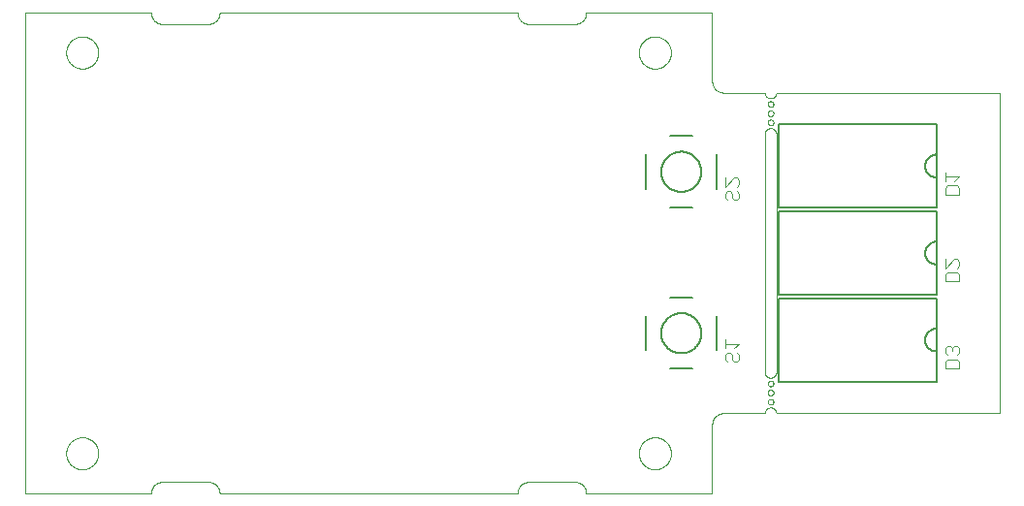
<source format=gbo>
G75*
%MOIN*%
%OFA0B0*%
%FSLAX25Y25*%
%IPPOS*%
%LPD*%
%AMOC8*
5,1,8,0,0,1.08239X$1,22.5*
%
%ADD10C,0.00000*%
%ADD11C,0.00394*%
%ADD12C,0.00800*%
%ADD13C,0.00400*%
D10*
X0048494Y0021469D02*
X0048496Y0021617D01*
X0048502Y0021765D01*
X0048512Y0021913D01*
X0048526Y0022060D01*
X0048544Y0022207D01*
X0048565Y0022353D01*
X0048591Y0022499D01*
X0048621Y0022644D01*
X0048654Y0022788D01*
X0048692Y0022931D01*
X0048733Y0023073D01*
X0048778Y0023214D01*
X0048826Y0023354D01*
X0048879Y0023493D01*
X0048935Y0023630D01*
X0048995Y0023765D01*
X0049058Y0023899D01*
X0049125Y0024031D01*
X0049196Y0024161D01*
X0049270Y0024289D01*
X0049347Y0024415D01*
X0049428Y0024539D01*
X0049512Y0024661D01*
X0049599Y0024780D01*
X0049690Y0024897D01*
X0049784Y0025012D01*
X0049880Y0025124D01*
X0049980Y0025234D01*
X0050082Y0025340D01*
X0050188Y0025444D01*
X0050296Y0025545D01*
X0050407Y0025643D01*
X0050520Y0025739D01*
X0050636Y0025831D01*
X0050754Y0025920D01*
X0050875Y0026005D01*
X0050998Y0026088D01*
X0051123Y0026167D01*
X0051250Y0026243D01*
X0051379Y0026315D01*
X0051510Y0026384D01*
X0051643Y0026449D01*
X0051778Y0026510D01*
X0051914Y0026568D01*
X0052051Y0026623D01*
X0052190Y0026673D01*
X0052331Y0026720D01*
X0052472Y0026763D01*
X0052615Y0026803D01*
X0052759Y0026838D01*
X0052903Y0026870D01*
X0053049Y0026897D01*
X0053195Y0026921D01*
X0053342Y0026941D01*
X0053489Y0026957D01*
X0053636Y0026969D01*
X0053784Y0026977D01*
X0053932Y0026981D01*
X0054080Y0026981D01*
X0054228Y0026977D01*
X0054376Y0026969D01*
X0054523Y0026957D01*
X0054670Y0026941D01*
X0054817Y0026921D01*
X0054963Y0026897D01*
X0055109Y0026870D01*
X0055253Y0026838D01*
X0055397Y0026803D01*
X0055540Y0026763D01*
X0055681Y0026720D01*
X0055822Y0026673D01*
X0055961Y0026623D01*
X0056098Y0026568D01*
X0056234Y0026510D01*
X0056369Y0026449D01*
X0056502Y0026384D01*
X0056633Y0026315D01*
X0056762Y0026243D01*
X0056889Y0026167D01*
X0057014Y0026088D01*
X0057137Y0026005D01*
X0057258Y0025920D01*
X0057376Y0025831D01*
X0057492Y0025739D01*
X0057605Y0025643D01*
X0057716Y0025545D01*
X0057824Y0025444D01*
X0057930Y0025340D01*
X0058032Y0025234D01*
X0058132Y0025124D01*
X0058228Y0025012D01*
X0058322Y0024897D01*
X0058413Y0024780D01*
X0058500Y0024661D01*
X0058584Y0024539D01*
X0058665Y0024415D01*
X0058742Y0024289D01*
X0058816Y0024161D01*
X0058887Y0024031D01*
X0058954Y0023899D01*
X0059017Y0023765D01*
X0059077Y0023630D01*
X0059133Y0023493D01*
X0059186Y0023354D01*
X0059234Y0023214D01*
X0059279Y0023073D01*
X0059320Y0022931D01*
X0059358Y0022788D01*
X0059391Y0022644D01*
X0059421Y0022499D01*
X0059447Y0022353D01*
X0059468Y0022207D01*
X0059486Y0022060D01*
X0059500Y0021913D01*
X0059510Y0021765D01*
X0059516Y0021617D01*
X0059518Y0021469D01*
X0059516Y0021321D01*
X0059510Y0021173D01*
X0059500Y0021025D01*
X0059486Y0020878D01*
X0059468Y0020731D01*
X0059447Y0020585D01*
X0059421Y0020439D01*
X0059391Y0020294D01*
X0059358Y0020150D01*
X0059320Y0020007D01*
X0059279Y0019865D01*
X0059234Y0019724D01*
X0059186Y0019584D01*
X0059133Y0019445D01*
X0059077Y0019308D01*
X0059017Y0019173D01*
X0058954Y0019039D01*
X0058887Y0018907D01*
X0058816Y0018777D01*
X0058742Y0018649D01*
X0058665Y0018523D01*
X0058584Y0018399D01*
X0058500Y0018277D01*
X0058413Y0018158D01*
X0058322Y0018041D01*
X0058228Y0017926D01*
X0058132Y0017814D01*
X0058032Y0017704D01*
X0057930Y0017598D01*
X0057824Y0017494D01*
X0057716Y0017393D01*
X0057605Y0017295D01*
X0057492Y0017199D01*
X0057376Y0017107D01*
X0057258Y0017018D01*
X0057137Y0016933D01*
X0057014Y0016850D01*
X0056889Y0016771D01*
X0056762Y0016695D01*
X0056633Y0016623D01*
X0056502Y0016554D01*
X0056369Y0016489D01*
X0056234Y0016428D01*
X0056098Y0016370D01*
X0055961Y0016315D01*
X0055822Y0016265D01*
X0055681Y0016218D01*
X0055540Y0016175D01*
X0055397Y0016135D01*
X0055253Y0016100D01*
X0055109Y0016068D01*
X0054963Y0016041D01*
X0054817Y0016017D01*
X0054670Y0015997D01*
X0054523Y0015981D01*
X0054376Y0015969D01*
X0054228Y0015961D01*
X0054080Y0015957D01*
X0053932Y0015957D01*
X0053784Y0015961D01*
X0053636Y0015969D01*
X0053489Y0015981D01*
X0053342Y0015997D01*
X0053195Y0016017D01*
X0053049Y0016041D01*
X0052903Y0016068D01*
X0052759Y0016100D01*
X0052615Y0016135D01*
X0052472Y0016175D01*
X0052331Y0016218D01*
X0052190Y0016265D01*
X0052051Y0016315D01*
X0051914Y0016370D01*
X0051778Y0016428D01*
X0051643Y0016489D01*
X0051510Y0016554D01*
X0051379Y0016623D01*
X0051250Y0016695D01*
X0051123Y0016771D01*
X0050998Y0016850D01*
X0050875Y0016933D01*
X0050754Y0017018D01*
X0050636Y0017107D01*
X0050520Y0017199D01*
X0050407Y0017295D01*
X0050296Y0017393D01*
X0050188Y0017494D01*
X0050082Y0017598D01*
X0049980Y0017704D01*
X0049880Y0017814D01*
X0049784Y0017926D01*
X0049690Y0018041D01*
X0049599Y0018158D01*
X0049512Y0018277D01*
X0049428Y0018399D01*
X0049347Y0018523D01*
X0049270Y0018649D01*
X0049196Y0018777D01*
X0049125Y0018907D01*
X0049058Y0019039D01*
X0048995Y0019173D01*
X0048935Y0019308D01*
X0048879Y0019445D01*
X0048826Y0019584D01*
X0048778Y0019724D01*
X0048733Y0019865D01*
X0048692Y0020007D01*
X0048654Y0020150D01*
X0048621Y0020294D01*
X0048591Y0020439D01*
X0048565Y0020585D01*
X0048544Y0020731D01*
X0048526Y0020878D01*
X0048512Y0021025D01*
X0048502Y0021173D01*
X0048496Y0021321D01*
X0048494Y0021469D01*
X0245344Y0021469D02*
X0245346Y0021617D01*
X0245352Y0021765D01*
X0245362Y0021913D01*
X0245376Y0022060D01*
X0245394Y0022207D01*
X0245415Y0022353D01*
X0245441Y0022499D01*
X0245471Y0022644D01*
X0245504Y0022788D01*
X0245542Y0022931D01*
X0245583Y0023073D01*
X0245628Y0023214D01*
X0245676Y0023354D01*
X0245729Y0023493D01*
X0245785Y0023630D01*
X0245845Y0023765D01*
X0245908Y0023899D01*
X0245975Y0024031D01*
X0246046Y0024161D01*
X0246120Y0024289D01*
X0246197Y0024415D01*
X0246278Y0024539D01*
X0246362Y0024661D01*
X0246449Y0024780D01*
X0246540Y0024897D01*
X0246634Y0025012D01*
X0246730Y0025124D01*
X0246830Y0025234D01*
X0246932Y0025340D01*
X0247038Y0025444D01*
X0247146Y0025545D01*
X0247257Y0025643D01*
X0247370Y0025739D01*
X0247486Y0025831D01*
X0247604Y0025920D01*
X0247725Y0026005D01*
X0247848Y0026088D01*
X0247973Y0026167D01*
X0248100Y0026243D01*
X0248229Y0026315D01*
X0248360Y0026384D01*
X0248493Y0026449D01*
X0248628Y0026510D01*
X0248764Y0026568D01*
X0248901Y0026623D01*
X0249040Y0026673D01*
X0249181Y0026720D01*
X0249322Y0026763D01*
X0249465Y0026803D01*
X0249609Y0026838D01*
X0249753Y0026870D01*
X0249899Y0026897D01*
X0250045Y0026921D01*
X0250192Y0026941D01*
X0250339Y0026957D01*
X0250486Y0026969D01*
X0250634Y0026977D01*
X0250782Y0026981D01*
X0250930Y0026981D01*
X0251078Y0026977D01*
X0251226Y0026969D01*
X0251373Y0026957D01*
X0251520Y0026941D01*
X0251667Y0026921D01*
X0251813Y0026897D01*
X0251959Y0026870D01*
X0252103Y0026838D01*
X0252247Y0026803D01*
X0252390Y0026763D01*
X0252531Y0026720D01*
X0252672Y0026673D01*
X0252811Y0026623D01*
X0252948Y0026568D01*
X0253084Y0026510D01*
X0253219Y0026449D01*
X0253352Y0026384D01*
X0253483Y0026315D01*
X0253612Y0026243D01*
X0253739Y0026167D01*
X0253864Y0026088D01*
X0253987Y0026005D01*
X0254108Y0025920D01*
X0254226Y0025831D01*
X0254342Y0025739D01*
X0254455Y0025643D01*
X0254566Y0025545D01*
X0254674Y0025444D01*
X0254780Y0025340D01*
X0254882Y0025234D01*
X0254982Y0025124D01*
X0255078Y0025012D01*
X0255172Y0024897D01*
X0255263Y0024780D01*
X0255350Y0024661D01*
X0255434Y0024539D01*
X0255515Y0024415D01*
X0255592Y0024289D01*
X0255666Y0024161D01*
X0255737Y0024031D01*
X0255804Y0023899D01*
X0255867Y0023765D01*
X0255927Y0023630D01*
X0255983Y0023493D01*
X0256036Y0023354D01*
X0256084Y0023214D01*
X0256129Y0023073D01*
X0256170Y0022931D01*
X0256208Y0022788D01*
X0256241Y0022644D01*
X0256271Y0022499D01*
X0256297Y0022353D01*
X0256318Y0022207D01*
X0256336Y0022060D01*
X0256350Y0021913D01*
X0256360Y0021765D01*
X0256366Y0021617D01*
X0256368Y0021469D01*
X0256366Y0021321D01*
X0256360Y0021173D01*
X0256350Y0021025D01*
X0256336Y0020878D01*
X0256318Y0020731D01*
X0256297Y0020585D01*
X0256271Y0020439D01*
X0256241Y0020294D01*
X0256208Y0020150D01*
X0256170Y0020007D01*
X0256129Y0019865D01*
X0256084Y0019724D01*
X0256036Y0019584D01*
X0255983Y0019445D01*
X0255927Y0019308D01*
X0255867Y0019173D01*
X0255804Y0019039D01*
X0255737Y0018907D01*
X0255666Y0018777D01*
X0255592Y0018649D01*
X0255515Y0018523D01*
X0255434Y0018399D01*
X0255350Y0018277D01*
X0255263Y0018158D01*
X0255172Y0018041D01*
X0255078Y0017926D01*
X0254982Y0017814D01*
X0254882Y0017704D01*
X0254780Y0017598D01*
X0254674Y0017494D01*
X0254566Y0017393D01*
X0254455Y0017295D01*
X0254342Y0017199D01*
X0254226Y0017107D01*
X0254108Y0017018D01*
X0253987Y0016933D01*
X0253864Y0016850D01*
X0253739Y0016771D01*
X0253612Y0016695D01*
X0253483Y0016623D01*
X0253352Y0016554D01*
X0253219Y0016489D01*
X0253084Y0016428D01*
X0252948Y0016370D01*
X0252811Y0016315D01*
X0252672Y0016265D01*
X0252531Y0016218D01*
X0252390Y0016175D01*
X0252247Y0016135D01*
X0252103Y0016100D01*
X0251959Y0016068D01*
X0251813Y0016041D01*
X0251667Y0016017D01*
X0251520Y0015997D01*
X0251373Y0015981D01*
X0251226Y0015969D01*
X0251078Y0015961D01*
X0250930Y0015957D01*
X0250782Y0015957D01*
X0250634Y0015961D01*
X0250486Y0015969D01*
X0250339Y0015981D01*
X0250192Y0015997D01*
X0250045Y0016017D01*
X0249899Y0016041D01*
X0249753Y0016068D01*
X0249609Y0016100D01*
X0249465Y0016135D01*
X0249322Y0016175D01*
X0249181Y0016218D01*
X0249040Y0016265D01*
X0248901Y0016315D01*
X0248764Y0016370D01*
X0248628Y0016428D01*
X0248493Y0016489D01*
X0248360Y0016554D01*
X0248229Y0016623D01*
X0248100Y0016695D01*
X0247973Y0016771D01*
X0247848Y0016850D01*
X0247725Y0016933D01*
X0247604Y0017018D01*
X0247486Y0017107D01*
X0247370Y0017199D01*
X0247257Y0017295D01*
X0247146Y0017393D01*
X0247038Y0017494D01*
X0246932Y0017598D01*
X0246830Y0017704D01*
X0246730Y0017814D01*
X0246634Y0017926D01*
X0246540Y0018041D01*
X0246449Y0018158D01*
X0246362Y0018277D01*
X0246278Y0018399D01*
X0246197Y0018523D01*
X0246120Y0018649D01*
X0246046Y0018777D01*
X0245975Y0018907D01*
X0245908Y0019039D01*
X0245845Y0019173D01*
X0245785Y0019308D01*
X0245729Y0019445D01*
X0245676Y0019584D01*
X0245628Y0019724D01*
X0245583Y0019865D01*
X0245542Y0020007D01*
X0245504Y0020150D01*
X0245471Y0020294D01*
X0245441Y0020439D01*
X0245415Y0020585D01*
X0245394Y0020731D01*
X0245376Y0020878D01*
X0245362Y0021025D01*
X0245352Y0021173D01*
X0245346Y0021321D01*
X0245344Y0021469D01*
X0289636Y0039185D02*
X0289638Y0039247D01*
X0289644Y0039310D01*
X0289654Y0039371D01*
X0289668Y0039432D01*
X0289685Y0039492D01*
X0289706Y0039551D01*
X0289732Y0039608D01*
X0289760Y0039663D01*
X0289792Y0039717D01*
X0289828Y0039768D01*
X0289866Y0039818D01*
X0289908Y0039864D01*
X0289952Y0039908D01*
X0290000Y0039949D01*
X0290049Y0039987D01*
X0290101Y0040021D01*
X0290155Y0040052D01*
X0290211Y0040080D01*
X0290269Y0040104D01*
X0290328Y0040125D01*
X0290388Y0040141D01*
X0290449Y0040154D01*
X0290511Y0040163D01*
X0290573Y0040168D01*
X0290636Y0040169D01*
X0290698Y0040166D01*
X0290760Y0040159D01*
X0290822Y0040148D01*
X0290882Y0040133D01*
X0290942Y0040115D01*
X0291000Y0040093D01*
X0291057Y0040067D01*
X0291112Y0040037D01*
X0291165Y0040004D01*
X0291216Y0039968D01*
X0291264Y0039929D01*
X0291310Y0039886D01*
X0291353Y0039841D01*
X0291393Y0039793D01*
X0291430Y0039743D01*
X0291464Y0039690D01*
X0291495Y0039636D01*
X0291521Y0039580D01*
X0291545Y0039522D01*
X0291564Y0039462D01*
X0291580Y0039402D01*
X0291592Y0039340D01*
X0291600Y0039279D01*
X0291604Y0039216D01*
X0291604Y0039154D01*
X0291600Y0039091D01*
X0291592Y0039030D01*
X0291580Y0038968D01*
X0291564Y0038908D01*
X0291545Y0038848D01*
X0291521Y0038790D01*
X0291495Y0038734D01*
X0291464Y0038680D01*
X0291430Y0038627D01*
X0291393Y0038577D01*
X0291353Y0038529D01*
X0291310Y0038484D01*
X0291264Y0038441D01*
X0291216Y0038402D01*
X0291165Y0038366D01*
X0291112Y0038333D01*
X0291057Y0038303D01*
X0291000Y0038277D01*
X0290942Y0038255D01*
X0290882Y0038237D01*
X0290822Y0038222D01*
X0290760Y0038211D01*
X0290698Y0038204D01*
X0290636Y0038201D01*
X0290573Y0038202D01*
X0290511Y0038207D01*
X0290449Y0038216D01*
X0290388Y0038229D01*
X0290328Y0038245D01*
X0290269Y0038266D01*
X0290211Y0038290D01*
X0290155Y0038318D01*
X0290101Y0038349D01*
X0290049Y0038383D01*
X0290000Y0038421D01*
X0289952Y0038462D01*
X0289908Y0038506D01*
X0289866Y0038552D01*
X0289828Y0038602D01*
X0289792Y0038653D01*
X0289760Y0038707D01*
X0289732Y0038762D01*
X0289706Y0038819D01*
X0289685Y0038878D01*
X0289668Y0038938D01*
X0289654Y0038999D01*
X0289644Y0039060D01*
X0289638Y0039123D01*
X0289636Y0039185D01*
X0289636Y0042335D02*
X0289638Y0042397D01*
X0289644Y0042460D01*
X0289654Y0042521D01*
X0289668Y0042582D01*
X0289685Y0042642D01*
X0289706Y0042701D01*
X0289732Y0042758D01*
X0289760Y0042813D01*
X0289792Y0042867D01*
X0289828Y0042918D01*
X0289866Y0042968D01*
X0289908Y0043014D01*
X0289952Y0043058D01*
X0290000Y0043099D01*
X0290049Y0043137D01*
X0290101Y0043171D01*
X0290155Y0043202D01*
X0290211Y0043230D01*
X0290269Y0043254D01*
X0290328Y0043275D01*
X0290388Y0043291D01*
X0290449Y0043304D01*
X0290511Y0043313D01*
X0290573Y0043318D01*
X0290636Y0043319D01*
X0290698Y0043316D01*
X0290760Y0043309D01*
X0290822Y0043298D01*
X0290882Y0043283D01*
X0290942Y0043265D01*
X0291000Y0043243D01*
X0291057Y0043217D01*
X0291112Y0043187D01*
X0291165Y0043154D01*
X0291216Y0043118D01*
X0291264Y0043079D01*
X0291310Y0043036D01*
X0291353Y0042991D01*
X0291393Y0042943D01*
X0291430Y0042893D01*
X0291464Y0042840D01*
X0291495Y0042786D01*
X0291521Y0042730D01*
X0291545Y0042672D01*
X0291564Y0042612D01*
X0291580Y0042552D01*
X0291592Y0042490D01*
X0291600Y0042429D01*
X0291604Y0042366D01*
X0291604Y0042304D01*
X0291600Y0042241D01*
X0291592Y0042180D01*
X0291580Y0042118D01*
X0291564Y0042058D01*
X0291545Y0041998D01*
X0291521Y0041940D01*
X0291495Y0041884D01*
X0291464Y0041830D01*
X0291430Y0041777D01*
X0291393Y0041727D01*
X0291353Y0041679D01*
X0291310Y0041634D01*
X0291264Y0041591D01*
X0291216Y0041552D01*
X0291165Y0041516D01*
X0291112Y0041483D01*
X0291057Y0041453D01*
X0291000Y0041427D01*
X0290942Y0041405D01*
X0290882Y0041387D01*
X0290822Y0041372D01*
X0290760Y0041361D01*
X0290698Y0041354D01*
X0290636Y0041351D01*
X0290573Y0041352D01*
X0290511Y0041357D01*
X0290449Y0041366D01*
X0290388Y0041379D01*
X0290328Y0041395D01*
X0290269Y0041416D01*
X0290211Y0041440D01*
X0290155Y0041468D01*
X0290101Y0041499D01*
X0290049Y0041533D01*
X0290000Y0041571D01*
X0289952Y0041612D01*
X0289908Y0041656D01*
X0289866Y0041702D01*
X0289828Y0041752D01*
X0289792Y0041803D01*
X0289760Y0041857D01*
X0289732Y0041912D01*
X0289706Y0041969D01*
X0289685Y0042028D01*
X0289668Y0042088D01*
X0289654Y0042149D01*
X0289644Y0042210D01*
X0289638Y0042273D01*
X0289636Y0042335D01*
X0289636Y0045484D02*
X0289638Y0045546D01*
X0289644Y0045609D01*
X0289654Y0045670D01*
X0289668Y0045731D01*
X0289685Y0045791D01*
X0289706Y0045850D01*
X0289732Y0045907D01*
X0289760Y0045962D01*
X0289792Y0046016D01*
X0289828Y0046067D01*
X0289866Y0046117D01*
X0289908Y0046163D01*
X0289952Y0046207D01*
X0290000Y0046248D01*
X0290049Y0046286D01*
X0290101Y0046320D01*
X0290155Y0046351D01*
X0290211Y0046379D01*
X0290269Y0046403D01*
X0290328Y0046424D01*
X0290388Y0046440D01*
X0290449Y0046453D01*
X0290511Y0046462D01*
X0290573Y0046467D01*
X0290636Y0046468D01*
X0290698Y0046465D01*
X0290760Y0046458D01*
X0290822Y0046447D01*
X0290882Y0046432D01*
X0290942Y0046414D01*
X0291000Y0046392D01*
X0291057Y0046366D01*
X0291112Y0046336D01*
X0291165Y0046303D01*
X0291216Y0046267D01*
X0291264Y0046228D01*
X0291310Y0046185D01*
X0291353Y0046140D01*
X0291393Y0046092D01*
X0291430Y0046042D01*
X0291464Y0045989D01*
X0291495Y0045935D01*
X0291521Y0045879D01*
X0291545Y0045821D01*
X0291564Y0045761D01*
X0291580Y0045701D01*
X0291592Y0045639D01*
X0291600Y0045578D01*
X0291604Y0045515D01*
X0291604Y0045453D01*
X0291600Y0045390D01*
X0291592Y0045329D01*
X0291580Y0045267D01*
X0291564Y0045207D01*
X0291545Y0045147D01*
X0291521Y0045089D01*
X0291495Y0045033D01*
X0291464Y0044979D01*
X0291430Y0044926D01*
X0291393Y0044876D01*
X0291353Y0044828D01*
X0291310Y0044783D01*
X0291264Y0044740D01*
X0291216Y0044701D01*
X0291165Y0044665D01*
X0291112Y0044632D01*
X0291057Y0044602D01*
X0291000Y0044576D01*
X0290942Y0044554D01*
X0290882Y0044536D01*
X0290822Y0044521D01*
X0290760Y0044510D01*
X0290698Y0044503D01*
X0290636Y0044500D01*
X0290573Y0044501D01*
X0290511Y0044506D01*
X0290449Y0044515D01*
X0290388Y0044528D01*
X0290328Y0044544D01*
X0290269Y0044565D01*
X0290211Y0044589D01*
X0290155Y0044617D01*
X0290101Y0044648D01*
X0290049Y0044682D01*
X0290000Y0044720D01*
X0289952Y0044761D01*
X0289908Y0044805D01*
X0289866Y0044851D01*
X0289828Y0044901D01*
X0289792Y0044952D01*
X0289760Y0045006D01*
X0289732Y0045061D01*
X0289706Y0045118D01*
X0289685Y0045177D01*
X0289668Y0045237D01*
X0289654Y0045298D01*
X0289644Y0045359D01*
X0289638Y0045422D01*
X0289636Y0045484D01*
X0289636Y0135248D02*
X0289638Y0135310D01*
X0289644Y0135373D01*
X0289654Y0135434D01*
X0289668Y0135495D01*
X0289685Y0135555D01*
X0289706Y0135614D01*
X0289732Y0135671D01*
X0289760Y0135726D01*
X0289792Y0135780D01*
X0289828Y0135831D01*
X0289866Y0135881D01*
X0289908Y0135927D01*
X0289952Y0135971D01*
X0290000Y0136012D01*
X0290049Y0136050D01*
X0290101Y0136084D01*
X0290155Y0136115D01*
X0290211Y0136143D01*
X0290269Y0136167D01*
X0290328Y0136188D01*
X0290388Y0136204D01*
X0290449Y0136217D01*
X0290511Y0136226D01*
X0290573Y0136231D01*
X0290636Y0136232D01*
X0290698Y0136229D01*
X0290760Y0136222D01*
X0290822Y0136211D01*
X0290882Y0136196D01*
X0290942Y0136178D01*
X0291000Y0136156D01*
X0291057Y0136130D01*
X0291112Y0136100D01*
X0291165Y0136067D01*
X0291216Y0136031D01*
X0291264Y0135992D01*
X0291310Y0135949D01*
X0291353Y0135904D01*
X0291393Y0135856D01*
X0291430Y0135806D01*
X0291464Y0135753D01*
X0291495Y0135699D01*
X0291521Y0135643D01*
X0291545Y0135585D01*
X0291564Y0135525D01*
X0291580Y0135465D01*
X0291592Y0135403D01*
X0291600Y0135342D01*
X0291604Y0135279D01*
X0291604Y0135217D01*
X0291600Y0135154D01*
X0291592Y0135093D01*
X0291580Y0135031D01*
X0291564Y0134971D01*
X0291545Y0134911D01*
X0291521Y0134853D01*
X0291495Y0134797D01*
X0291464Y0134743D01*
X0291430Y0134690D01*
X0291393Y0134640D01*
X0291353Y0134592D01*
X0291310Y0134547D01*
X0291264Y0134504D01*
X0291216Y0134465D01*
X0291165Y0134429D01*
X0291112Y0134396D01*
X0291057Y0134366D01*
X0291000Y0134340D01*
X0290942Y0134318D01*
X0290882Y0134300D01*
X0290822Y0134285D01*
X0290760Y0134274D01*
X0290698Y0134267D01*
X0290636Y0134264D01*
X0290573Y0134265D01*
X0290511Y0134270D01*
X0290449Y0134279D01*
X0290388Y0134292D01*
X0290328Y0134308D01*
X0290269Y0134329D01*
X0290211Y0134353D01*
X0290155Y0134381D01*
X0290101Y0134412D01*
X0290049Y0134446D01*
X0290000Y0134484D01*
X0289952Y0134525D01*
X0289908Y0134569D01*
X0289866Y0134615D01*
X0289828Y0134665D01*
X0289792Y0134716D01*
X0289760Y0134770D01*
X0289732Y0134825D01*
X0289706Y0134882D01*
X0289685Y0134941D01*
X0289668Y0135001D01*
X0289654Y0135062D01*
X0289644Y0135123D01*
X0289638Y0135186D01*
X0289636Y0135248D01*
X0289636Y0138398D02*
X0289638Y0138460D01*
X0289644Y0138523D01*
X0289654Y0138584D01*
X0289668Y0138645D01*
X0289685Y0138705D01*
X0289706Y0138764D01*
X0289732Y0138821D01*
X0289760Y0138876D01*
X0289792Y0138930D01*
X0289828Y0138981D01*
X0289866Y0139031D01*
X0289908Y0139077D01*
X0289952Y0139121D01*
X0290000Y0139162D01*
X0290049Y0139200D01*
X0290101Y0139234D01*
X0290155Y0139265D01*
X0290211Y0139293D01*
X0290269Y0139317D01*
X0290328Y0139338D01*
X0290388Y0139354D01*
X0290449Y0139367D01*
X0290511Y0139376D01*
X0290573Y0139381D01*
X0290636Y0139382D01*
X0290698Y0139379D01*
X0290760Y0139372D01*
X0290822Y0139361D01*
X0290882Y0139346D01*
X0290942Y0139328D01*
X0291000Y0139306D01*
X0291057Y0139280D01*
X0291112Y0139250D01*
X0291165Y0139217D01*
X0291216Y0139181D01*
X0291264Y0139142D01*
X0291310Y0139099D01*
X0291353Y0139054D01*
X0291393Y0139006D01*
X0291430Y0138956D01*
X0291464Y0138903D01*
X0291495Y0138849D01*
X0291521Y0138793D01*
X0291545Y0138735D01*
X0291564Y0138675D01*
X0291580Y0138615D01*
X0291592Y0138553D01*
X0291600Y0138492D01*
X0291604Y0138429D01*
X0291604Y0138367D01*
X0291600Y0138304D01*
X0291592Y0138243D01*
X0291580Y0138181D01*
X0291564Y0138121D01*
X0291545Y0138061D01*
X0291521Y0138003D01*
X0291495Y0137947D01*
X0291464Y0137893D01*
X0291430Y0137840D01*
X0291393Y0137790D01*
X0291353Y0137742D01*
X0291310Y0137697D01*
X0291264Y0137654D01*
X0291216Y0137615D01*
X0291165Y0137579D01*
X0291112Y0137546D01*
X0291057Y0137516D01*
X0291000Y0137490D01*
X0290942Y0137468D01*
X0290882Y0137450D01*
X0290822Y0137435D01*
X0290760Y0137424D01*
X0290698Y0137417D01*
X0290636Y0137414D01*
X0290573Y0137415D01*
X0290511Y0137420D01*
X0290449Y0137429D01*
X0290388Y0137442D01*
X0290328Y0137458D01*
X0290269Y0137479D01*
X0290211Y0137503D01*
X0290155Y0137531D01*
X0290101Y0137562D01*
X0290049Y0137596D01*
X0290000Y0137634D01*
X0289952Y0137675D01*
X0289908Y0137719D01*
X0289866Y0137765D01*
X0289828Y0137815D01*
X0289792Y0137866D01*
X0289760Y0137920D01*
X0289732Y0137975D01*
X0289706Y0138032D01*
X0289685Y0138091D01*
X0289668Y0138151D01*
X0289654Y0138212D01*
X0289644Y0138273D01*
X0289638Y0138336D01*
X0289636Y0138398D01*
X0289636Y0141547D02*
X0289638Y0141609D01*
X0289644Y0141672D01*
X0289654Y0141733D01*
X0289668Y0141794D01*
X0289685Y0141854D01*
X0289706Y0141913D01*
X0289732Y0141970D01*
X0289760Y0142025D01*
X0289792Y0142079D01*
X0289828Y0142130D01*
X0289866Y0142180D01*
X0289908Y0142226D01*
X0289952Y0142270D01*
X0290000Y0142311D01*
X0290049Y0142349D01*
X0290101Y0142383D01*
X0290155Y0142414D01*
X0290211Y0142442D01*
X0290269Y0142466D01*
X0290328Y0142487D01*
X0290388Y0142503D01*
X0290449Y0142516D01*
X0290511Y0142525D01*
X0290573Y0142530D01*
X0290636Y0142531D01*
X0290698Y0142528D01*
X0290760Y0142521D01*
X0290822Y0142510D01*
X0290882Y0142495D01*
X0290942Y0142477D01*
X0291000Y0142455D01*
X0291057Y0142429D01*
X0291112Y0142399D01*
X0291165Y0142366D01*
X0291216Y0142330D01*
X0291264Y0142291D01*
X0291310Y0142248D01*
X0291353Y0142203D01*
X0291393Y0142155D01*
X0291430Y0142105D01*
X0291464Y0142052D01*
X0291495Y0141998D01*
X0291521Y0141942D01*
X0291545Y0141884D01*
X0291564Y0141824D01*
X0291580Y0141764D01*
X0291592Y0141702D01*
X0291600Y0141641D01*
X0291604Y0141578D01*
X0291604Y0141516D01*
X0291600Y0141453D01*
X0291592Y0141392D01*
X0291580Y0141330D01*
X0291564Y0141270D01*
X0291545Y0141210D01*
X0291521Y0141152D01*
X0291495Y0141096D01*
X0291464Y0141042D01*
X0291430Y0140989D01*
X0291393Y0140939D01*
X0291353Y0140891D01*
X0291310Y0140846D01*
X0291264Y0140803D01*
X0291216Y0140764D01*
X0291165Y0140728D01*
X0291112Y0140695D01*
X0291057Y0140665D01*
X0291000Y0140639D01*
X0290942Y0140617D01*
X0290882Y0140599D01*
X0290822Y0140584D01*
X0290760Y0140573D01*
X0290698Y0140566D01*
X0290636Y0140563D01*
X0290573Y0140564D01*
X0290511Y0140569D01*
X0290449Y0140578D01*
X0290388Y0140591D01*
X0290328Y0140607D01*
X0290269Y0140628D01*
X0290211Y0140652D01*
X0290155Y0140680D01*
X0290101Y0140711D01*
X0290049Y0140745D01*
X0290000Y0140783D01*
X0289952Y0140824D01*
X0289908Y0140868D01*
X0289866Y0140914D01*
X0289828Y0140964D01*
X0289792Y0141015D01*
X0289760Y0141069D01*
X0289732Y0141124D01*
X0289706Y0141181D01*
X0289685Y0141240D01*
X0289668Y0141300D01*
X0289654Y0141361D01*
X0289644Y0141422D01*
X0289638Y0141485D01*
X0289636Y0141547D01*
X0245344Y0159264D02*
X0245346Y0159412D01*
X0245352Y0159560D01*
X0245362Y0159708D01*
X0245376Y0159855D01*
X0245394Y0160002D01*
X0245415Y0160148D01*
X0245441Y0160294D01*
X0245471Y0160439D01*
X0245504Y0160583D01*
X0245542Y0160726D01*
X0245583Y0160868D01*
X0245628Y0161009D01*
X0245676Y0161149D01*
X0245729Y0161288D01*
X0245785Y0161425D01*
X0245845Y0161560D01*
X0245908Y0161694D01*
X0245975Y0161826D01*
X0246046Y0161956D01*
X0246120Y0162084D01*
X0246197Y0162210D01*
X0246278Y0162334D01*
X0246362Y0162456D01*
X0246449Y0162575D01*
X0246540Y0162692D01*
X0246634Y0162807D01*
X0246730Y0162919D01*
X0246830Y0163029D01*
X0246932Y0163135D01*
X0247038Y0163239D01*
X0247146Y0163340D01*
X0247257Y0163438D01*
X0247370Y0163534D01*
X0247486Y0163626D01*
X0247604Y0163715D01*
X0247725Y0163800D01*
X0247848Y0163883D01*
X0247973Y0163962D01*
X0248100Y0164038D01*
X0248229Y0164110D01*
X0248360Y0164179D01*
X0248493Y0164244D01*
X0248628Y0164305D01*
X0248764Y0164363D01*
X0248901Y0164418D01*
X0249040Y0164468D01*
X0249181Y0164515D01*
X0249322Y0164558D01*
X0249465Y0164598D01*
X0249609Y0164633D01*
X0249753Y0164665D01*
X0249899Y0164692D01*
X0250045Y0164716D01*
X0250192Y0164736D01*
X0250339Y0164752D01*
X0250486Y0164764D01*
X0250634Y0164772D01*
X0250782Y0164776D01*
X0250930Y0164776D01*
X0251078Y0164772D01*
X0251226Y0164764D01*
X0251373Y0164752D01*
X0251520Y0164736D01*
X0251667Y0164716D01*
X0251813Y0164692D01*
X0251959Y0164665D01*
X0252103Y0164633D01*
X0252247Y0164598D01*
X0252390Y0164558D01*
X0252531Y0164515D01*
X0252672Y0164468D01*
X0252811Y0164418D01*
X0252948Y0164363D01*
X0253084Y0164305D01*
X0253219Y0164244D01*
X0253352Y0164179D01*
X0253483Y0164110D01*
X0253612Y0164038D01*
X0253739Y0163962D01*
X0253864Y0163883D01*
X0253987Y0163800D01*
X0254108Y0163715D01*
X0254226Y0163626D01*
X0254342Y0163534D01*
X0254455Y0163438D01*
X0254566Y0163340D01*
X0254674Y0163239D01*
X0254780Y0163135D01*
X0254882Y0163029D01*
X0254982Y0162919D01*
X0255078Y0162807D01*
X0255172Y0162692D01*
X0255263Y0162575D01*
X0255350Y0162456D01*
X0255434Y0162334D01*
X0255515Y0162210D01*
X0255592Y0162084D01*
X0255666Y0161956D01*
X0255737Y0161826D01*
X0255804Y0161694D01*
X0255867Y0161560D01*
X0255927Y0161425D01*
X0255983Y0161288D01*
X0256036Y0161149D01*
X0256084Y0161009D01*
X0256129Y0160868D01*
X0256170Y0160726D01*
X0256208Y0160583D01*
X0256241Y0160439D01*
X0256271Y0160294D01*
X0256297Y0160148D01*
X0256318Y0160002D01*
X0256336Y0159855D01*
X0256350Y0159708D01*
X0256360Y0159560D01*
X0256366Y0159412D01*
X0256368Y0159264D01*
X0256366Y0159116D01*
X0256360Y0158968D01*
X0256350Y0158820D01*
X0256336Y0158673D01*
X0256318Y0158526D01*
X0256297Y0158380D01*
X0256271Y0158234D01*
X0256241Y0158089D01*
X0256208Y0157945D01*
X0256170Y0157802D01*
X0256129Y0157660D01*
X0256084Y0157519D01*
X0256036Y0157379D01*
X0255983Y0157240D01*
X0255927Y0157103D01*
X0255867Y0156968D01*
X0255804Y0156834D01*
X0255737Y0156702D01*
X0255666Y0156572D01*
X0255592Y0156444D01*
X0255515Y0156318D01*
X0255434Y0156194D01*
X0255350Y0156072D01*
X0255263Y0155953D01*
X0255172Y0155836D01*
X0255078Y0155721D01*
X0254982Y0155609D01*
X0254882Y0155499D01*
X0254780Y0155393D01*
X0254674Y0155289D01*
X0254566Y0155188D01*
X0254455Y0155090D01*
X0254342Y0154994D01*
X0254226Y0154902D01*
X0254108Y0154813D01*
X0253987Y0154728D01*
X0253864Y0154645D01*
X0253739Y0154566D01*
X0253612Y0154490D01*
X0253483Y0154418D01*
X0253352Y0154349D01*
X0253219Y0154284D01*
X0253084Y0154223D01*
X0252948Y0154165D01*
X0252811Y0154110D01*
X0252672Y0154060D01*
X0252531Y0154013D01*
X0252390Y0153970D01*
X0252247Y0153930D01*
X0252103Y0153895D01*
X0251959Y0153863D01*
X0251813Y0153836D01*
X0251667Y0153812D01*
X0251520Y0153792D01*
X0251373Y0153776D01*
X0251226Y0153764D01*
X0251078Y0153756D01*
X0250930Y0153752D01*
X0250782Y0153752D01*
X0250634Y0153756D01*
X0250486Y0153764D01*
X0250339Y0153776D01*
X0250192Y0153792D01*
X0250045Y0153812D01*
X0249899Y0153836D01*
X0249753Y0153863D01*
X0249609Y0153895D01*
X0249465Y0153930D01*
X0249322Y0153970D01*
X0249181Y0154013D01*
X0249040Y0154060D01*
X0248901Y0154110D01*
X0248764Y0154165D01*
X0248628Y0154223D01*
X0248493Y0154284D01*
X0248360Y0154349D01*
X0248229Y0154418D01*
X0248100Y0154490D01*
X0247973Y0154566D01*
X0247848Y0154645D01*
X0247725Y0154728D01*
X0247604Y0154813D01*
X0247486Y0154902D01*
X0247370Y0154994D01*
X0247257Y0155090D01*
X0247146Y0155188D01*
X0247038Y0155289D01*
X0246932Y0155393D01*
X0246830Y0155499D01*
X0246730Y0155609D01*
X0246634Y0155721D01*
X0246540Y0155836D01*
X0246449Y0155953D01*
X0246362Y0156072D01*
X0246278Y0156194D01*
X0246197Y0156318D01*
X0246120Y0156444D01*
X0246046Y0156572D01*
X0245975Y0156702D01*
X0245908Y0156834D01*
X0245845Y0156968D01*
X0245785Y0157103D01*
X0245729Y0157240D01*
X0245676Y0157379D01*
X0245628Y0157519D01*
X0245583Y0157660D01*
X0245542Y0157802D01*
X0245504Y0157945D01*
X0245471Y0158089D01*
X0245441Y0158234D01*
X0245415Y0158380D01*
X0245394Y0158526D01*
X0245376Y0158673D01*
X0245362Y0158820D01*
X0245352Y0158968D01*
X0245346Y0159116D01*
X0245344Y0159264D01*
X0048494Y0159264D02*
X0048496Y0159412D01*
X0048502Y0159560D01*
X0048512Y0159708D01*
X0048526Y0159855D01*
X0048544Y0160002D01*
X0048565Y0160148D01*
X0048591Y0160294D01*
X0048621Y0160439D01*
X0048654Y0160583D01*
X0048692Y0160726D01*
X0048733Y0160868D01*
X0048778Y0161009D01*
X0048826Y0161149D01*
X0048879Y0161288D01*
X0048935Y0161425D01*
X0048995Y0161560D01*
X0049058Y0161694D01*
X0049125Y0161826D01*
X0049196Y0161956D01*
X0049270Y0162084D01*
X0049347Y0162210D01*
X0049428Y0162334D01*
X0049512Y0162456D01*
X0049599Y0162575D01*
X0049690Y0162692D01*
X0049784Y0162807D01*
X0049880Y0162919D01*
X0049980Y0163029D01*
X0050082Y0163135D01*
X0050188Y0163239D01*
X0050296Y0163340D01*
X0050407Y0163438D01*
X0050520Y0163534D01*
X0050636Y0163626D01*
X0050754Y0163715D01*
X0050875Y0163800D01*
X0050998Y0163883D01*
X0051123Y0163962D01*
X0051250Y0164038D01*
X0051379Y0164110D01*
X0051510Y0164179D01*
X0051643Y0164244D01*
X0051778Y0164305D01*
X0051914Y0164363D01*
X0052051Y0164418D01*
X0052190Y0164468D01*
X0052331Y0164515D01*
X0052472Y0164558D01*
X0052615Y0164598D01*
X0052759Y0164633D01*
X0052903Y0164665D01*
X0053049Y0164692D01*
X0053195Y0164716D01*
X0053342Y0164736D01*
X0053489Y0164752D01*
X0053636Y0164764D01*
X0053784Y0164772D01*
X0053932Y0164776D01*
X0054080Y0164776D01*
X0054228Y0164772D01*
X0054376Y0164764D01*
X0054523Y0164752D01*
X0054670Y0164736D01*
X0054817Y0164716D01*
X0054963Y0164692D01*
X0055109Y0164665D01*
X0055253Y0164633D01*
X0055397Y0164598D01*
X0055540Y0164558D01*
X0055681Y0164515D01*
X0055822Y0164468D01*
X0055961Y0164418D01*
X0056098Y0164363D01*
X0056234Y0164305D01*
X0056369Y0164244D01*
X0056502Y0164179D01*
X0056633Y0164110D01*
X0056762Y0164038D01*
X0056889Y0163962D01*
X0057014Y0163883D01*
X0057137Y0163800D01*
X0057258Y0163715D01*
X0057376Y0163626D01*
X0057492Y0163534D01*
X0057605Y0163438D01*
X0057716Y0163340D01*
X0057824Y0163239D01*
X0057930Y0163135D01*
X0058032Y0163029D01*
X0058132Y0162919D01*
X0058228Y0162807D01*
X0058322Y0162692D01*
X0058413Y0162575D01*
X0058500Y0162456D01*
X0058584Y0162334D01*
X0058665Y0162210D01*
X0058742Y0162084D01*
X0058816Y0161956D01*
X0058887Y0161826D01*
X0058954Y0161694D01*
X0059017Y0161560D01*
X0059077Y0161425D01*
X0059133Y0161288D01*
X0059186Y0161149D01*
X0059234Y0161009D01*
X0059279Y0160868D01*
X0059320Y0160726D01*
X0059358Y0160583D01*
X0059391Y0160439D01*
X0059421Y0160294D01*
X0059447Y0160148D01*
X0059468Y0160002D01*
X0059486Y0159855D01*
X0059500Y0159708D01*
X0059510Y0159560D01*
X0059516Y0159412D01*
X0059518Y0159264D01*
X0059516Y0159116D01*
X0059510Y0158968D01*
X0059500Y0158820D01*
X0059486Y0158673D01*
X0059468Y0158526D01*
X0059447Y0158380D01*
X0059421Y0158234D01*
X0059391Y0158089D01*
X0059358Y0157945D01*
X0059320Y0157802D01*
X0059279Y0157660D01*
X0059234Y0157519D01*
X0059186Y0157379D01*
X0059133Y0157240D01*
X0059077Y0157103D01*
X0059017Y0156968D01*
X0058954Y0156834D01*
X0058887Y0156702D01*
X0058816Y0156572D01*
X0058742Y0156444D01*
X0058665Y0156318D01*
X0058584Y0156194D01*
X0058500Y0156072D01*
X0058413Y0155953D01*
X0058322Y0155836D01*
X0058228Y0155721D01*
X0058132Y0155609D01*
X0058032Y0155499D01*
X0057930Y0155393D01*
X0057824Y0155289D01*
X0057716Y0155188D01*
X0057605Y0155090D01*
X0057492Y0154994D01*
X0057376Y0154902D01*
X0057258Y0154813D01*
X0057137Y0154728D01*
X0057014Y0154645D01*
X0056889Y0154566D01*
X0056762Y0154490D01*
X0056633Y0154418D01*
X0056502Y0154349D01*
X0056369Y0154284D01*
X0056234Y0154223D01*
X0056098Y0154165D01*
X0055961Y0154110D01*
X0055822Y0154060D01*
X0055681Y0154013D01*
X0055540Y0153970D01*
X0055397Y0153930D01*
X0055253Y0153895D01*
X0055109Y0153863D01*
X0054963Y0153836D01*
X0054817Y0153812D01*
X0054670Y0153792D01*
X0054523Y0153776D01*
X0054376Y0153764D01*
X0054228Y0153756D01*
X0054080Y0153752D01*
X0053932Y0153752D01*
X0053784Y0153756D01*
X0053636Y0153764D01*
X0053489Y0153776D01*
X0053342Y0153792D01*
X0053195Y0153812D01*
X0053049Y0153836D01*
X0052903Y0153863D01*
X0052759Y0153895D01*
X0052615Y0153930D01*
X0052472Y0153970D01*
X0052331Y0154013D01*
X0052190Y0154060D01*
X0052051Y0154110D01*
X0051914Y0154165D01*
X0051778Y0154223D01*
X0051643Y0154284D01*
X0051510Y0154349D01*
X0051379Y0154418D01*
X0051250Y0154490D01*
X0051123Y0154566D01*
X0050998Y0154645D01*
X0050875Y0154728D01*
X0050754Y0154813D01*
X0050636Y0154902D01*
X0050520Y0154994D01*
X0050407Y0155090D01*
X0050296Y0155188D01*
X0050188Y0155289D01*
X0050082Y0155393D01*
X0049980Y0155499D01*
X0049880Y0155609D01*
X0049784Y0155721D01*
X0049690Y0155836D01*
X0049599Y0155953D01*
X0049512Y0156072D01*
X0049428Y0156194D01*
X0049347Y0156318D01*
X0049270Y0156444D01*
X0049196Y0156572D01*
X0049125Y0156702D01*
X0049058Y0156834D01*
X0048995Y0156968D01*
X0048935Y0157103D01*
X0048879Y0157240D01*
X0048826Y0157379D01*
X0048778Y0157519D01*
X0048733Y0157660D01*
X0048692Y0157802D01*
X0048654Y0157945D01*
X0048621Y0158089D01*
X0048591Y0158234D01*
X0048565Y0158380D01*
X0048544Y0158526D01*
X0048526Y0158673D01*
X0048512Y0158820D01*
X0048502Y0158968D01*
X0048496Y0159116D01*
X0048494Y0159264D01*
D11*
X0034321Y0007689D02*
X0077628Y0007689D01*
X0077630Y0007813D01*
X0077636Y0007936D01*
X0077645Y0008060D01*
X0077659Y0008182D01*
X0077676Y0008305D01*
X0077698Y0008427D01*
X0077723Y0008548D01*
X0077752Y0008668D01*
X0077784Y0008787D01*
X0077821Y0008906D01*
X0077861Y0009023D01*
X0077904Y0009138D01*
X0077952Y0009253D01*
X0078003Y0009365D01*
X0078057Y0009476D01*
X0078115Y0009586D01*
X0078176Y0009693D01*
X0078241Y0009799D01*
X0078309Y0009902D01*
X0078380Y0010003D01*
X0078454Y0010102D01*
X0078531Y0010199D01*
X0078612Y0010293D01*
X0078695Y0010384D01*
X0078781Y0010473D01*
X0078870Y0010559D01*
X0078961Y0010642D01*
X0079055Y0010723D01*
X0079152Y0010800D01*
X0079251Y0010874D01*
X0079352Y0010945D01*
X0079455Y0011013D01*
X0079561Y0011078D01*
X0079668Y0011139D01*
X0079778Y0011197D01*
X0079889Y0011251D01*
X0080001Y0011302D01*
X0080116Y0011350D01*
X0080231Y0011393D01*
X0080348Y0011433D01*
X0080467Y0011470D01*
X0080586Y0011502D01*
X0080706Y0011531D01*
X0080827Y0011556D01*
X0080949Y0011578D01*
X0081072Y0011595D01*
X0081194Y0011609D01*
X0081318Y0011618D01*
X0081441Y0011624D01*
X0081565Y0011626D01*
X0097313Y0011626D01*
X0097437Y0011624D01*
X0097560Y0011618D01*
X0097684Y0011609D01*
X0097806Y0011595D01*
X0097929Y0011578D01*
X0098051Y0011556D01*
X0098172Y0011531D01*
X0098292Y0011502D01*
X0098411Y0011470D01*
X0098530Y0011433D01*
X0098647Y0011393D01*
X0098762Y0011350D01*
X0098877Y0011302D01*
X0098989Y0011251D01*
X0099100Y0011197D01*
X0099210Y0011139D01*
X0099317Y0011078D01*
X0099423Y0011013D01*
X0099526Y0010945D01*
X0099627Y0010874D01*
X0099726Y0010800D01*
X0099823Y0010723D01*
X0099917Y0010642D01*
X0100008Y0010559D01*
X0100097Y0010473D01*
X0100183Y0010384D01*
X0100266Y0010293D01*
X0100347Y0010199D01*
X0100424Y0010102D01*
X0100498Y0010003D01*
X0100569Y0009902D01*
X0100637Y0009799D01*
X0100702Y0009693D01*
X0100763Y0009586D01*
X0100821Y0009476D01*
X0100875Y0009365D01*
X0100926Y0009253D01*
X0100974Y0009138D01*
X0101017Y0009023D01*
X0101057Y0008906D01*
X0101094Y0008787D01*
X0101126Y0008668D01*
X0101155Y0008548D01*
X0101180Y0008427D01*
X0101202Y0008305D01*
X0101219Y0008182D01*
X0101233Y0008060D01*
X0101242Y0007936D01*
X0101248Y0007813D01*
X0101250Y0007689D01*
X0203612Y0007689D01*
X0203614Y0007813D01*
X0203620Y0007936D01*
X0203629Y0008060D01*
X0203643Y0008182D01*
X0203660Y0008305D01*
X0203682Y0008427D01*
X0203707Y0008548D01*
X0203736Y0008668D01*
X0203768Y0008787D01*
X0203805Y0008906D01*
X0203845Y0009023D01*
X0203888Y0009138D01*
X0203936Y0009253D01*
X0203987Y0009365D01*
X0204041Y0009476D01*
X0204099Y0009586D01*
X0204160Y0009693D01*
X0204225Y0009799D01*
X0204293Y0009902D01*
X0204364Y0010003D01*
X0204438Y0010102D01*
X0204515Y0010199D01*
X0204596Y0010293D01*
X0204679Y0010384D01*
X0204765Y0010473D01*
X0204854Y0010559D01*
X0204945Y0010642D01*
X0205039Y0010723D01*
X0205136Y0010800D01*
X0205235Y0010874D01*
X0205336Y0010945D01*
X0205439Y0011013D01*
X0205545Y0011078D01*
X0205652Y0011139D01*
X0205762Y0011197D01*
X0205873Y0011251D01*
X0205985Y0011302D01*
X0206100Y0011350D01*
X0206215Y0011393D01*
X0206332Y0011433D01*
X0206451Y0011470D01*
X0206570Y0011502D01*
X0206690Y0011531D01*
X0206811Y0011556D01*
X0206933Y0011578D01*
X0207056Y0011595D01*
X0207178Y0011609D01*
X0207302Y0011618D01*
X0207425Y0011624D01*
X0207549Y0011626D01*
X0223297Y0011626D01*
X0223421Y0011624D01*
X0223544Y0011618D01*
X0223668Y0011609D01*
X0223790Y0011595D01*
X0223913Y0011578D01*
X0224035Y0011556D01*
X0224156Y0011531D01*
X0224276Y0011502D01*
X0224395Y0011470D01*
X0224514Y0011433D01*
X0224631Y0011393D01*
X0224746Y0011350D01*
X0224861Y0011302D01*
X0224973Y0011251D01*
X0225084Y0011197D01*
X0225194Y0011139D01*
X0225301Y0011078D01*
X0225407Y0011013D01*
X0225510Y0010945D01*
X0225611Y0010874D01*
X0225710Y0010800D01*
X0225807Y0010723D01*
X0225901Y0010642D01*
X0225992Y0010559D01*
X0226081Y0010473D01*
X0226167Y0010384D01*
X0226250Y0010293D01*
X0226331Y0010199D01*
X0226408Y0010102D01*
X0226482Y0010003D01*
X0226553Y0009902D01*
X0226621Y0009799D01*
X0226686Y0009693D01*
X0226747Y0009586D01*
X0226805Y0009476D01*
X0226859Y0009365D01*
X0226910Y0009253D01*
X0226958Y0009138D01*
X0227001Y0009023D01*
X0227041Y0008906D01*
X0227078Y0008787D01*
X0227110Y0008668D01*
X0227139Y0008548D01*
X0227164Y0008427D01*
X0227186Y0008305D01*
X0227203Y0008182D01*
X0227217Y0008060D01*
X0227226Y0007936D01*
X0227232Y0007813D01*
X0227234Y0007689D01*
X0270541Y0007689D01*
X0270541Y0031311D01*
X0270543Y0031435D01*
X0270549Y0031558D01*
X0270558Y0031682D01*
X0270572Y0031804D01*
X0270589Y0031927D01*
X0270611Y0032049D01*
X0270636Y0032170D01*
X0270665Y0032290D01*
X0270697Y0032409D01*
X0270734Y0032528D01*
X0270774Y0032645D01*
X0270817Y0032760D01*
X0270865Y0032875D01*
X0270916Y0032987D01*
X0270970Y0033098D01*
X0271028Y0033208D01*
X0271089Y0033315D01*
X0271154Y0033421D01*
X0271222Y0033524D01*
X0271293Y0033625D01*
X0271367Y0033724D01*
X0271444Y0033821D01*
X0271525Y0033915D01*
X0271608Y0034006D01*
X0271694Y0034095D01*
X0271783Y0034181D01*
X0271874Y0034264D01*
X0271968Y0034345D01*
X0272065Y0034422D01*
X0272164Y0034496D01*
X0272265Y0034567D01*
X0272368Y0034635D01*
X0272474Y0034700D01*
X0272581Y0034761D01*
X0272691Y0034819D01*
X0272802Y0034873D01*
X0272914Y0034924D01*
X0273029Y0034972D01*
X0273144Y0035015D01*
X0273261Y0035055D01*
X0273380Y0035092D01*
X0273499Y0035124D01*
X0273619Y0035153D01*
X0273740Y0035178D01*
X0273862Y0035200D01*
X0273985Y0035217D01*
X0274107Y0035231D01*
X0274231Y0035240D01*
X0274354Y0035246D01*
X0274478Y0035248D01*
X0288652Y0035248D01*
X0288651Y0035248D02*
X0288653Y0035335D01*
X0288659Y0035422D01*
X0288668Y0035509D01*
X0288682Y0035595D01*
X0288699Y0035680D01*
X0288720Y0035765D01*
X0288745Y0035848D01*
X0288773Y0035931D01*
X0288805Y0036012D01*
X0288841Y0036091D01*
X0288880Y0036169D01*
X0288922Y0036245D01*
X0288968Y0036319D01*
X0289017Y0036391D01*
X0289069Y0036461D01*
X0289124Y0036528D01*
X0289182Y0036593D01*
X0289243Y0036656D01*
X0289307Y0036715D01*
X0289373Y0036772D01*
X0289442Y0036825D01*
X0289513Y0036876D01*
X0289586Y0036923D01*
X0289661Y0036968D01*
X0289738Y0037008D01*
X0289816Y0037046D01*
X0289897Y0037079D01*
X0289978Y0037110D01*
X0290061Y0037136D01*
X0290146Y0037159D01*
X0290231Y0037178D01*
X0290316Y0037193D01*
X0290403Y0037205D01*
X0290489Y0037213D01*
X0290576Y0037217D01*
X0290664Y0037217D01*
X0290751Y0037213D01*
X0290837Y0037205D01*
X0290924Y0037193D01*
X0291009Y0037178D01*
X0291094Y0037159D01*
X0291179Y0037136D01*
X0291262Y0037110D01*
X0291343Y0037079D01*
X0291424Y0037046D01*
X0291502Y0037008D01*
X0291579Y0036968D01*
X0291654Y0036923D01*
X0291727Y0036876D01*
X0291798Y0036825D01*
X0291867Y0036772D01*
X0291933Y0036715D01*
X0291997Y0036656D01*
X0292058Y0036593D01*
X0292116Y0036528D01*
X0292171Y0036461D01*
X0292223Y0036391D01*
X0292272Y0036319D01*
X0292318Y0036245D01*
X0292360Y0036169D01*
X0292399Y0036091D01*
X0292435Y0036012D01*
X0292467Y0035931D01*
X0292495Y0035848D01*
X0292520Y0035765D01*
X0292541Y0035680D01*
X0292558Y0035595D01*
X0292572Y0035509D01*
X0292581Y0035422D01*
X0292587Y0035335D01*
X0292589Y0035248D01*
X0369360Y0035248D01*
X0369360Y0145484D01*
X0292589Y0145484D01*
X0292587Y0145397D01*
X0292581Y0145310D01*
X0292572Y0145223D01*
X0292558Y0145137D01*
X0292541Y0145052D01*
X0292520Y0144967D01*
X0292495Y0144884D01*
X0292467Y0144801D01*
X0292435Y0144720D01*
X0292399Y0144641D01*
X0292360Y0144563D01*
X0292318Y0144487D01*
X0292272Y0144413D01*
X0292223Y0144341D01*
X0292171Y0144271D01*
X0292116Y0144204D01*
X0292058Y0144139D01*
X0291997Y0144076D01*
X0291933Y0144017D01*
X0291867Y0143960D01*
X0291798Y0143907D01*
X0291727Y0143856D01*
X0291654Y0143809D01*
X0291579Y0143764D01*
X0291502Y0143724D01*
X0291424Y0143686D01*
X0291343Y0143653D01*
X0291262Y0143622D01*
X0291179Y0143596D01*
X0291094Y0143573D01*
X0291009Y0143554D01*
X0290924Y0143539D01*
X0290837Y0143527D01*
X0290751Y0143519D01*
X0290664Y0143515D01*
X0290576Y0143515D01*
X0290489Y0143519D01*
X0290403Y0143527D01*
X0290316Y0143539D01*
X0290231Y0143554D01*
X0290146Y0143573D01*
X0290061Y0143596D01*
X0289978Y0143622D01*
X0289897Y0143653D01*
X0289816Y0143686D01*
X0289738Y0143724D01*
X0289661Y0143764D01*
X0289586Y0143809D01*
X0289513Y0143856D01*
X0289442Y0143907D01*
X0289373Y0143960D01*
X0289307Y0144017D01*
X0289243Y0144076D01*
X0289182Y0144139D01*
X0289124Y0144204D01*
X0289069Y0144271D01*
X0289017Y0144341D01*
X0288968Y0144413D01*
X0288922Y0144487D01*
X0288880Y0144563D01*
X0288841Y0144641D01*
X0288805Y0144720D01*
X0288773Y0144801D01*
X0288745Y0144884D01*
X0288720Y0144967D01*
X0288699Y0145052D01*
X0288682Y0145137D01*
X0288668Y0145223D01*
X0288659Y0145310D01*
X0288653Y0145397D01*
X0288651Y0145484D01*
X0288652Y0145484D02*
X0274478Y0145484D01*
X0274354Y0145486D01*
X0274231Y0145492D01*
X0274107Y0145501D01*
X0273985Y0145515D01*
X0273862Y0145532D01*
X0273740Y0145554D01*
X0273619Y0145579D01*
X0273499Y0145608D01*
X0273380Y0145640D01*
X0273261Y0145677D01*
X0273144Y0145717D01*
X0273029Y0145760D01*
X0272914Y0145808D01*
X0272802Y0145859D01*
X0272691Y0145913D01*
X0272581Y0145971D01*
X0272474Y0146032D01*
X0272368Y0146097D01*
X0272265Y0146165D01*
X0272164Y0146236D01*
X0272065Y0146310D01*
X0271968Y0146387D01*
X0271874Y0146468D01*
X0271783Y0146551D01*
X0271694Y0146637D01*
X0271608Y0146726D01*
X0271525Y0146817D01*
X0271444Y0146911D01*
X0271367Y0147008D01*
X0271293Y0147107D01*
X0271222Y0147208D01*
X0271154Y0147311D01*
X0271089Y0147417D01*
X0271028Y0147524D01*
X0270970Y0147634D01*
X0270916Y0147745D01*
X0270865Y0147857D01*
X0270817Y0147972D01*
X0270774Y0148087D01*
X0270734Y0148204D01*
X0270697Y0148323D01*
X0270665Y0148442D01*
X0270636Y0148562D01*
X0270611Y0148683D01*
X0270589Y0148805D01*
X0270572Y0148928D01*
X0270558Y0149050D01*
X0270549Y0149174D01*
X0270543Y0149297D01*
X0270541Y0149421D01*
X0270541Y0173043D01*
X0227234Y0173043D01*
X0227232Y0172919D01*
X0227226Y0172796D01*
X0227217Y0172672D01*
X0227203Y0172550D01*
X0227186Y0172427D01*
X0227164Y0172305D01*
X0227139Y0172184D01*
X0227110Y0172064D01*
X0227078Y0171945D01*
X0227041Y0171826D01*
X0227001Y0171709D01*
X0226958Y0171594D01*
X0226910Y0171479D01*
X0226859Y0171367D01*
X0226805Y0171256D01*
X0226747Y0171146D01*
X0226686Y0171039D01*
X0226621Y0170933D01*
X0226553Y0170830D01*
X0226482Y0170729D01*
X0226408Y0170630D01*
X0226331Y0170533D01*
X0226250Y0170439D01*
X0226167Y0170348D01*
X0226081Y0170259D01*
X0225992Y0170173D01*
X0225901Y0170090D01*
X0225807Y0170009D01*
X0225710Y0169932D01*
X0225611Y0169858D01*
X0225510Y0169787D01*
X0225407Y0169719D01*
X0225301Y0169654D01*
X0225194Y0169593D01*
X0225084Y0169535D01*
X0224973Y0169481D01*
X0224861Y0169430D01*
X0224746Y0169382D01*
X0224631Y0169339D01*
X0224514Y0169299D01*
X0224395Y0169262D01*
X0224276Y0169230D01*
X0224156Y0169201D01*
X0224035Y0169176D01*
X0223913Y0169154D01*
X0223790Y0169137D01*
X0223668Y0169123D01*
X0223544Y0169114D01*
X0223421Y0169108D01*
X0223297Y0169106D01*
X0207549Y0169106D01*
X0207425Y0169108D01*
X0207302Y0169114D01*
X0207178Y0169123D01*
X0207056Y0169137D01*
X0206933Y0169154D01*
X0206811Y0169176D01*
X0206690Y0169201D01*
X0206570Y0169230D01*
X0206451Y0169262D01*
X0206332Y0169299D01*
X0206215Y0169339D01*
X0206100Y0169382D01*
X0205985Y0169430D01*
X0205873Y0169481D01*
X0205762Y0169535D01*
X0205652Y0169593D01*
X0205545Y0169654D01*
X0205439Y0169719D01*
X0205336Y0169787D01*
X0205235Y0169858D01*
X0205136Y0169932D01*
X0205039Y0170009D01*
X0204945Y0170090D01*
X0204854Y0170173D01*
X0204765Y0170259D01*
X0204679Y0170348D01*
X0204596Y0170439D01*
X0204515Y0170533D01*
X0204438Y0170630D01*
X0204364Y0170729D01*
X0204293Y0170830D01*
X0204225Y0170933D01*
X0204160Y0171039D01*
X0204099Y0171146D01*
X0204041Y0171256D01*
X0203987Y0171367D01*
X0203936Y0171479D01*
X0203888Y0171594D01*
X0203845Y0171709D01*
X0203805Y0171826D01*
X0203768Y0171945D01*
X0203736Y0172064D01*
X0203707Y0172184D01*
X0203682Y0172305D01*
X0203660Y0172427D01*
X0203643Y0172550D01*
X0203629Y0172672D01*
X0203620Y0172796D01*
X0203614Y0172919D01*
X0203612Y0173043D01*
X0101250Y0173043D01*
X0101248Y0172919D01*
X0101242Y0172796D01*
X0101233Y0172672D01*
X0101219Y0172550D01*
X0101202Y0172427D01*
X0101180Y0172305D01*
X0101155Y0172184D01*
X0101126Y0172064D01*
X0101094Y0171945D01*
X0101057Y0171826D01*
X0101017Y0171709D01*
X0100974Y0171594D01*
X0100926Y0171479D01*
X0100875Y0171367D01*
X0100821Y0171256D01*
X0100763Y0171146D01*
X0100702Y0171039D01*
X0100637Y0170933D01*
X0100569Y0170830D01*
X0100498Y0170729D01*
X0100424Y0170630D01*
X0100347Y0170533D01*
X0100266Y0170439D01*
X0100183Y0170348D01*
X0100097Y0170259D01*
X0100008Y0170173D01*
X0099917Y0170090D01*
X0099823Y0170009D01*
X0099726Y0169932D01*
X0099627Y0169858D01*
X0099526Y0169787D01*
X0099423Y0169719D01*
X0099317Y0169654D01*
X0099210Y0169593D01*
X0099100Y0169535D01*
X0098989Y0169481D01*
X0098877Y0169430D01*
X0098762Y0169382D01*
X0098647Y0169339D01*
X0098530Y0169299D01*
X0098411Y0169262D01*
X0098292Y0169230D01*
X0098172Y0169201D01*
X0098051Y0169176D01*
X0097929Y0169154D01*
X0097806Y0169137D01*
X0097684Y0169123D01*
X0097560Y0169114D01*
X0097437Y0169108D01*
X0097313Y0169106D01*
X0081565Y0169106D01*
X0081441Y0169108D01*
X0081318Y0169114D01*
X0081194Y0169123D01*
X0081072Y0169137D01*
X0080949Y0169154D01*
X0080827Y0169176D01*
X0080706Y0169201D01*
X0080586Y0169230D01*
X0080467Y0169262D01*
X0080348Y0169299D01*
X0080231Y0169339D01*
X0080116Y0169382D01*
X0080001Y0169430D01*
X0079889Y0169481D01*
X0079778Y0169535D01*
X0079668Y0169593D01*
X0079561Y0169654D01*
X0079455Y0169719D01*
X0079352Y0169787D01*
X0079251Y0169858D01*
X0079152Y0169932D01*
X0079055Y0170009D01*
X0078961Y0170090D01*
X0078870Y0170173D01*
X0078781Y0170259D01*
X0078695Y0170348D01*
X0078612Y0170439D01*
X0078531Y0170533D01*
X0078454Y0170630D01*
X0078380Y0170729D01*
X0078309Y0170830D01*
X0078241Y0170933D01*
X0078176Y0171039D01*
X0078115Y0171146D01*
X0078057Y0171256D01*
X0078003Y0171367D01*
X0077952Y0171479D01*
X0077904Y0171594D01*
X0077861Y0171709D01*
X0077821Y0171826D01*
X0077784Y0171945D01*
X0077752Y0172064D01*
X0077723Y0172184D01*
X0077698Y0172305D01*
X0077676Y0172427D01*
X0077659Y0172550D01*
X0077645Y0172672D01*
X0077636Y0172796D01*
X0077630Y0172919D01*
X0077628Y0173043D01*
X0034321Y0173043D01*
X0034321Y0007689D01*
X0288652Y0049421D02*
X0288652Y0131311D01*
X0288651Y0131311D02*
X0288653Y0131398D01*
X0288659Y0131485D01*
X0288668Y0131572D01*
X0288682Y0131658D01*
X0288699Y0131743D01*
X0288720Y0131828D01*
X0288745Y0131911D01*
X0288773Y0131994D01*
X0288805Y0132075D01*
X0288841Y0132154D01*
X0288880Y0132232D01*
X0288922Y0132308D01*
X0288968Y0132382D01*
X0289017Y0132454D01*
X0289069Y0132524D01*
X0289124Y0132591D01*
X0289182Y0132656D01*
X0289243Y0132719D01*
X0289307Y0132778D01*
X0289373Y0132835D01*
X0289442Y0132888D01*
X0289513Y0132939D01*
X0289586Y0132986D01*
X0289661Y0133031D01*
X0289738Y0133071D01*
X0289816Y0133109D01*
X0289897Y0133142D01*
X0289978Y0133173D01*
X0290061Y0133199D01*
X0290146Y0133222D01*
X0290231Y0133241D01*
X0290316Y0133256D01*
X0290403Y0133268D01*
X0290489Y0133276D01*
X0290576Y0133280D01*
X0290664Y0133280D01*
X0290751Y0133276D01*
X0290837Y0133268D01*
X0290924Y0133256D01*
X0291009Y0133241D01*
X0291094Y0133222D01*
X0291179Y0133199D01*
X0291262Y0133173D01*
X0291343Y0133142D01*
X0291424Y0133109D01*
X0291502Y0133071D01*
X0291579Y0133031D01*
X0291654Y0132986D01*
X0291727Y0132939D01*
X0291798Y0132888D01*
X0291867Y0132835D01*
X0291933Y0132778D01*
X0291997Y0132719D01*
X0292058Y0132656D01*
X0292116Y0132591D01*
X0292171Y0132524D01*
X0292223Y0132454D01*
X0292272Y0132382D01*
X0292318Y0132308D01*
X0292360Y0132232D01*
X0292399Y0132154D01*
X0292435Y0132075D01*
X0292467Y0131994D01*
X0292495Y0131911D01*
X0292520Y0131828D01*
X0292541Y0131743D01*
X0292558Y0131658D01*
X0292572Y0131572D01*
X0292581Y0131485D01*
X0292587Y0131398D01*
X0292589Y0131311D01*
X0292589Y0049421D01*
X0292587Y0049334D01*
X0292581Y0049247D01*
X0292572Y0049160D01*
X0292558Y0049074D01*
X0292541Y0048989D01*
X0292520Y0048904D01*
X0292495Y0048821D01*
X0292467Y0048738D01*
X0292435Y0048657D01*
X0292399Y0048578D01*
X0292360Y0048500D01*
X0292318Y0048424D01*
X0292272Y0048350D01*
X0292223Y0048278D01*
X0292171Y0048208D01*
X0292116Y0048141D01*
X0292058Y0048076D01*
X0291997Y0048013D01*
X0291933Y0047954D01*
X0291867Y0047897D01*
X0291798Y0047844D01*
X0291727Y0047793D01*
X0291654Y0047746D01*
X0291579Y0047701D01*
X0291502Y0047661D01*
X0291424Y0047623D01*
X0291343Y0047590D01*
X0291262Y0047559D01*
X0291179Y0047533D01*
X0291094Y0047510D01*
X0291009Y0047491D01*
X0290924Y0047476D01*
X0290837Y0047464D01*
X0290751Y0047456D01*
X0290664Y0047452D01*
X0290576Y0047452D01*
X0290489Y0047456D01*
X0290403Y0047464D01*
X0290316Y0047476D01*
X0290231Y0047491D01*
X0290146Y0047510D01*
X0290061Y0047533D01*
X0289978Y0047559D01*
X0289897Y0047590D01*
X0289816Y0047623D01*
X0289738Y0047661D01*
X0289661Y0047701D01*
X0289586Y0047746D01*
X0289513Y0047793D01*
X0289442Y0047844D01*
X0289373Y0047897D01*
X0289307Y0047954D01*
X0289243Y0048013D01*
X0289182Y0048076D01*
X0289124Y0048141D01*
X0289069Y0048208D01*
X0289017Y0048278D01*
X0288968Y0048350D01*
X0288922Y0048424D01*
X0288880Y0048500D01*
X0288841Y0048578D01*
X0288805Y0048657D01*
X0288773Y0048738D01*
X0288745Y0048821D01*
X0288720Y0048904D01*
X0288699Y0048989D01*
X0288682Y0049074D01*
X0288668Y0049160D01*
X0288659Y0049247D01*
X0288653Y0049334D01*
X0288651Y0049421D01*
D12*
X0293382Y0046081D02*
X0347700Y0046081D01*
X0347700Y0074809D01*
X0293382Y0074809D01*
X0293382Y0046081D01*
X0272116Y0056902D02*
X0272116Y0068713D01*
X0263848Y0075012D02*
X0255974Y0075012D01*
X0247707Y0068713D02*
X0247707Y0056902D01*
X0253021Y0062807D02*
X0253023Y0062976D01*
X0253029Y0063145D01*
X0253040Y0063314D01*
X0253054Y0063482D01*
X0253073Y0063650D01*
X0253096Y0063818D01*
X0253122Y0063985D01*
X0253153Y0064151D01*
X0253188Y0064317D01*
X0253227Y0064481D01*
X0253271Y0064645D01*
X0253318Y0064807D01*
X0253369Y0064968D01*
X0253424Y0065128D01*
X0253483Y0065287D01*
X0253545Y0065444D01*
X0253612Y0065599D01*
X0253683Y0065753D01*
X0253757Y0065905D01*
X0253835Y0066055D01*
X0253916Y0066203D01*
X0254001Y0066349D01*
X0254090Y0066493D01*
X0254182Y0066635D01*
X0254278Y0066774D01*
X0254377Y0066911D01*
X0254479Y0067046D01*
X0254585Y0067178D01*
X0254694Y0067307D01*
X0254806Y0067434D01*
X0254921Y0067558D01*
X0255039Y0067679D01*
X0255160Y0067797D01*
X0255284Y0067912D01*
X0255411Y0068024D01*
X0255540Y0068133D01*
X0255672Y0068239D01*
X0255807Y0068341D01*
X0255944Y0068440D01*
X0256083Y0068536D01*
X0256225Y0068628D01*
X0256369Y0068717D01*
X0256515Y0068802D01*
X0256663Y0068883D01*
X0256813Y0068961D01*
X0256965Y0069035D01*
X0257119Y0069106D01*
X0257274Y0069173D01*
X0257431Y0069235D01*
X0257590Y0069294D01*
X0257750Y0069349D01*
X0257911Y0069400D01*
X0258073Y0069447D01*
X0258237Y0069491D01*
X0258401Y0069530D01*
X0258567Y0069565D01*
X0258733Y0069596D01*
X0258900Y0069622D01*
X0259068Y0069645D01*
X0259236Y0069664D01*
X0259404Y0069678D01*
X0259573Y0069689D01*
X0259742Y0069695D01*
X0259911Y0069697D01*
X0260080Y0069695D01*
X0260249Y0069689D01*
X0260418Y0069678D01*
X0260586Y0069664D01*
X0260754Y0069645D01*
X0260922Y0069622D01*
X0261089Y0069596D01*
X0261255Y0069565D01*
X0261421Y0069530D01*
X0261585Y0069491D01*
X0261749Y0069447D01*
X0261911Y0069400D01*
X0262072Y0069349D01*
X0262232Y0069294D01*
X0262391Y0069235D01*
X0262548Y0069173D01*
X0262703Y0069106D01*
X0262857Y0069035D01*
X0263009Y0068961D01*
X0263159Y0068883D01*
X0263307Y0068802D01*
X0263453Y0068717D01*
X0263597Y0068628D01*
X0263739Y0068536D01*
X0263878Y0068440D01*
X0264015Y0068341D01*
X0264150Y0068239D01*
X0264282Y0068133D01*
X0264411Y0068024D01*
X0264538Y0067912D01*
X0264662Y0067797D01*
X0264783Y0067679D01*
X0264901Y0067558D01*
X0265016Y0067434D01*
X0265128Y0067307D01*
X0265237Y0067178D01*
X0265343Y0067046D01*
X0265445Y0066911D01*
X0265544Y0066774D01*
X0265640Y0066635D01*
X0265732Y0066493D01*
X0265821Y0066349D01*
X0265906Y0066203D01*
X0265987Y0066055D01*
X0266065Y0065905D01*
X0266139Y0065753D01*
X0266210Y0065599D01*
X0266277Y0065444D01*
X0266339Y0065287D01*
X0266398Y0065128D01*
X0266453Y0064968D01*
X0266504Y0064807D01*
X0266551Y0064645D01*
X0266595Y0064481D01*
X0266634Y0064317D01*
X0266669Y0064151D01*
X0266700Y0063985D01*
X0266726Y0063818D01*
X0266749Y0063650D01*
X0266768Y0063482D01*
X0266782Y0063314D01*
X0266793Y0063145D01*
X0266799Y0062976D01*
X0266801Y0062807D01*
X0266799Y0062638D01*
X0266793Y0062469D01*
X0266782Y0062300D01*
X0266768Y0062132D01*
X0266749Y0061964D01*
X0266726Y0061796D01*
X0266700Y0061629D01*
X0266669Y0061463D01*
X0266634Y0061297D01*
X0266595Y0061133D01*
X0266551Y0060969D01*
X0266504Y0060807D01*
X0266453Y0060646D01*
X0266398Y0060486D01*
X0266339Y0060327D01*
X0266277Y0060170D01*
X0266210Y0060015D01*
X0266139Y0059861D01*
X0266065Y0059709D01*
X0265987Y0059559D01*
X0265906Y0059411D01*
X0265821Y0059265D01*
X0265732Y0059121D01*
X0265640Y0058979D01*
X0265544Y0058840D01*
X0265445Y0058703D01*
X0265343Y0058568D01*
X0265237Y0058436D01*
X0265128Y0058307D01*
X0265016Y0058180D01*
X0264901Y0058056D01*
X0264783Y0057935D01*
X0264662Y0057817D01*
X0264538Y0057702D01*
X0264411Y0057590D01*
X0264282Y0057481D01*
X0264150Y0057375D01*
X0264015Y0057273D01*
X0263878Y0057174D01*
X0263739Y0057078D01*
X0263597Y0056986D01*
X0263453Y0056897D01*
X0263307Y0056812D01*
X0263159Y0056731D01*
X0263009Y0056653D01*
X0262857Y0056579D01*
X0262703Y0056508D01*
X0262548Y0056441D01*
X0262391Y0056379D01*
X0262232Y0056320D01*
X0262072Y0056265D01*
X0261911Y0056214D01*
X0261749Y0056167D01*
X0261585Y0056123D01*
X0261421Y0056084D01*
X0261255Y0056049D01*
X0261089Y0056018D01*
X0260922Y0055992D01*
X0260754Y0055969D01*
X0260586Y0055950D01*
X0260418Y0055936D01*
X0260249Y0055925D01*
X0260080Y0055919D01*
X0259911Y0055917D01*
X0259742Y0055919D01*
X0259573Y0055925D01*
X0259404Y0055936D01*
X0259236Y0055950D01*
X0259068Y0055969D01*
X0258900Y0055992D01*
X0258733Y0056018D01*
X0258567Y0056049D01*
X0258401Y0056084D01*
X0258237Y0056123D01*
X0258073Y0056167D01*
X0257911Y0056214D01*
X0257750Y0056265D01*
X0257590Y0056320D01*
X0257431Y0056379D01*
X0257274Y0056441D01*
X0257119Y0056508D01*
X0256965Y0056579D01*
X0256813Y0056653D01*
X0256663Y0056731D01*
X0256515Y0056812D01*
X0256369Y0056897D01*
X0256225Y0056986D01*
X0256083Y0057078D01*
X0255944Y0057174D01*
X0255807Y0057273D01*
X0255672Y0057375D01*
X0255540Y0057481D01*
X0255411Y0057590D01*
X0255284Y0057702D01*
X0255160Y0057817D01*
X0255039Y0057935D01*
X0254921Y0058056D01*
X0254806Y0058180D01*
X0254694Y0058307D01*
X0254585Y0058436D01*
X0254479Y0058568D01*
X0254377Y0058703D01*
X0254278Y0058840D01*
X0254182Y0058979D01*
X0254090Y0059121D01*
X0254001Y0059265D01*
X0253916Y0059411D01*
X0253835Y0059559D01*
X0253757Y0059709D01*
X0253683Y0059861D01*
X0253612Y0060015D01*
X0253545Y0060170D01*
X0253483Y0060327D01*
X0253424Y0060486D01*
X0253369Y0060646D01*
X0253318Y0060807D01*
X0253271Y0060969D01*
X0253227Y0061133D01*
X0253188Y0061297D01*
X0253153Y0061463D01*
X0253122Y0061629D01*
X0253096Y0061796D01*
X0253073Y0061964D01*
X0253054Y0062132D01*
X0253040Y0062300D01*
X0253029Y0062469D01*
X0253023Y0062638D01*
X0253021Y0062807D01*
X0255974Y0050602D02*
X0263848Y0050602D01*
X0293382Y0076002D02*
X0347700Y0076002D01*
X0347700Y0104730D01*
X0293382Y0104730D01*
X0293382Y0076002D01*
X0347700Y0086429D02*
X0347576Y0086431D01*
X0347453Y0086437D01*
X0347329Y0086446D01*
X0347207Y0086460D01*
X0347084Y0086477D01*
X0346962Y0086499D01*
X0346841Y0086524D01*
X0346721Y0086553D01*
X0346602Y0086585D01*
X0346483Y0086622D01*
X0346366Y0086662D01*
X0346251Y0086705D01*
X0346136Y0086753D01*
X0346024Y0086804D01*
X0345913Y0086858D01*
X0345803Y0086916D01*
X0345696Y0086977D01*
X0345590Y0087042D01*
X0345487Y0087110D01*
X0345386Y0087181D01*
X0345287Y0087255D01*
X0345190Y0087332D01*
X0345096Y0087413D01*
X0345005Y0087496D01*
X0344916Y0087582D01*
X0344830Y0087671D01*
X0344747Y0087762D01*
X0344666Y0087856D01*
X0344589Y0087953D01*
X0344515Y0088052D01*
X0344444Y0088153D01*
X0344376Y0088256D01*
X0344311Y0088362D01*
X0344250Y0088469D01*
X0344192Y0088579D01*
X0344138Y0088690D01*
X0344087Y0088802D01*
X0344039Y0088917D01*
X0343996Y0089032D01*
X0343956Y0089149D01*
X0343919Y0089268D01*
X0343887Y0089387D01*
X0343858Y0089507D01*
X0343833Y0089628D01*
X0343811Y0089750D01*
X0343794Y0089873D01*
X0343780Y0089995D01*
X0343771Y0090119D01*
X0343765Y0090242D01*
X0343763Y0090366D01*
X0343765Y0090490D01*
X0343771Y0090613D01*
X0343780Y0090737D01*
X0343794Y0090859D01*
X0343811Y0090982D01*
X0343833Y0091104D01*
X0343858Y0091225D01*
X0343887Y0091345D01*
X0343919Y0091464D01*
X0343956Y0091583D01*
X0343996Y0091700D01*
X0344039Y0091815D01*
X0344087Y0091930D01*
X0344138Y0092042D01*
X0344192Y0092153D01*
X0344250Y0092263D01*
X0344311Y0092370D01*
X0344376Y0092476D01*
X0344444Y0092579D01*
X0344515Y0092680D01*
X0344589Y0092779D01*
X0344666Y0092876D01*
X0344747Y0092970D01*
X0344830Y0093061D01*
X0344916Y0093150D01*
X0345005Y0093236D01*
X0345096Y0093319D01*
X0345190Y0093400D01*
X0345287Y0093477D01*
X0345386Y0093551D01*
X0345487Y0093622D01*
X0345590Y0093690D01*
X0345696Y0093755D01*
X0345803Y0093816D01*
X0345913Y0093874D01*
X0346024Y0093928D01*
X0346136Y0093979D01*
X0346251Y0094027D01*
X0346366Y0094070D01*
X0346483Y0094110D01*
X0346602Y0094147D01*
X0346721Y0094179D01*
X0346841Y0094208D01*
X0346962Y0094233D01*
X0347084Y0094255D01*
X0347207Y0094272D01*
X0347329Y0094286D01*
X0347453Y0094295D01*
X0347576Y0094301D01*
X0347700Y0094303D01*
X0347700Y0105924D02*
X0293382Y0105924D01*
X0293382Y0134651D01*
X0347700Y0134651D01*
X0347700Y0105924D01*
X0347700Y0116350D02*
X0347576Y0116352D01*
X0347453Y0116358D01*
X0347329Y0116367D01*
X0347207Y0116381D01*
X0347084Y0116398D01*
X0346962Y0116420D01*
X0346841Y0116445D01*
X0346721Y0116474D01*
X0346602Y0116506D01*
X0346483Y0116543D01*
X0346366Y0116583D01*
X0346251Y0116626D01*
X0346136Y0116674D01*
X0346024Y0116725D01*
X0345913Y0116779D01*
X0345803Y0116837D01*
X0345696Y0116898D01*
X0345590Y0116963D01*
X0345487Y0117031D01*
X0345386Y0117102D01*
X0345287Y0117176D01*
X0345190Y0117253D01*
X0345096Y0117334D01*
X0345005Y0117417D01*
X0344916Y0117503D01*
X0344830Y0117592D01*
X0344747Y0117683D01*
X0344666Y0117777D01*
X0344589Y0117874D01*
X0344515Y0117973D01*
X0344444Y0118074D01*
X0344376Y0118177D01*
X0344311Y0118283D01*
X0344250Y0118390D01*
X0344192Y0118500D01*
X0344138Y0118611D01*
X0344087Y0118723D01*
X0344039Y0118838D01*
X0343996Y0118953D01*
X0343956Y0119070D01*
X0343919Y0119189D01*
X0343887Y0119308D01*
X0343858Y0119428D01*
X0343833Y0119549D01*
X0343811Y0119671D01*
X0343794Y0119794D01*
X0343780Y0119916D01*
X0343771Y0120040D01*
X0343765Y0120163D01*
X0343763Y0120287D01*
X0343765Y0120411D01*
X0343771Y0120534D01*
X0343780Y0120658D01*
X0343794Y0120780D01*
X0343811Y0120903D01*
X0343833Y0121025D01*
X0343858Y0121146D01*
X0343887Y0121266D01*
X0343919Y0121385D01*
X0343956Y0121504D01*
X0343996Y0121621D01*
X0344039Y0121736D01*
X0344087Y0121851D01*
X0344138Y0121963D01*
X0344192Y0122074D01*
X0344250Y0122184D01*
X0344311Y0122291D01*
X0344376Y0122397D01*
X0344444Y0122500D01*
X0344515Y0122601D01*
X0344589Y0122700D01*
X0344666Y0122797D01*
X0344747Y0122891D01*
X0344830Y0122982D01*
X0344916Y0123071D01*
X0345005Y0123157D01*
X0345096Y0123240D01*
X0345190Y0123321D01*
X0345287Y0123398D01*
X0345386Y0123472D01*
X0345487Y0123543D01*
X0345590Y0123611D01*
X0345696Y0123676D01*
X0345803Y0123737D01*
X0345913Y0123795D01*
X0346024Y0123849D01*
X0346136Y0123900D01*
X0346251Y0123948D01*
X0346366Y0123991D01*
X0346483Y0124031D01*
X0346602Y0124068D01*
X0346721Y0124100D01*
X0346841Y0124129D01*
X0346962Y0124154D01*
X0347084Y0124176D01*
X0347207Y0124193D01*
X0347329Y0124207D01*
X0347453Y0124216D01*
X0347576Y0124222D01*
X0347700Y0124224D01*
X0272116Y0124224D02*
X0272116Y0112413D01*
X0253021Y0118319D02*
X0253023Y0118488D01*
X0253029Y0118657D01*
X0253040Y0118826D01*
X0253054Y0118994D01*
X0253073Y0119162D01*
X0253096Y0119330D01*
X0253122Y0119497D01*
X0253153Y0119663D01*
X0253188Y0119829D01*
X0253227Y0119993D01*
X0253271Y0120157D01*
X0253318Y0120319D01*
X0253369Y0120480D01*
X0253424Y0120640D01*
X0253483Y0120799D01*
X0253545Y0120956D01*
X0253612Y0121111D01*
X0253683Y0121265D01*
X0253757Y0121417D01*
X0253835Y0121567D01*
X0253916Y0121715D01*
X0254001Y0121861D01*
X0254090Y0122005D01*
X0254182Y0122147D01*
X0254278Y0122286D01*
X0254377Y0122423D01*
X0254479Y0122558D01*
X0254585Y0122690D01*
X0254694Y0122819D01*
X0254806Y0122946D01*
X0254921Y0123070D01*
X0255039Y0123191D01*
X0255160Y0123309D01*
X0255284Y0123424D01*
X0255411Y0123536D01*
X0255540Y0123645D01*
X0255672Y0123751D01*
X0255807Y0123853D01*
X0255944Y0123952D01*
X0256083Y0124048D01*
X0256225Y0124140D01*
X0256369Y0124229D01*
X0256515Y0124314D01*
X0256663Y0124395D01*
X0256813Y0124473D01*
X0256965Y0124547D01*
X0257119Y0124618D01*
X0257274Y0124685D01*
X0257431Y0124747D01*
X0257590Y0124806D01*
X0257750Y0124861D01*
X0257911Y0124912D01*
X0258073Y0124959D01*
X0258237Y0125003D01*
X0258401Y0125042D01*
X0258567Y0125077D01*
X0258733Y0125108D01*
X0258900Y0125134D01*
X0259068Y0125157D01*
X0259236Y0125176D01*
X0259404Y0125190D01*
X0259573Y0125201D01*
X0259742Y0125207D01*
X0259911Y0125209D01*
X0260080Y0125207D01*
X0260249Y0125201D01*
X0260418Y0125190D01*
X0260586Y0125176D01*
X0260754Y0125157D01*
X0260922Y0125134D01*
X0261089Y0125108D01*
X0261255Y0125077D01*
X0261421Y0125042D01*
X0261585Y0125003D01*
X0261749Y0124959D01*
X0261911Y0124912D01*
X0262072Y0124861D01*
X0262232Y0124806D01*
X0262391Y0124747D01*
X0262548Y0124685D01*
X0262703Y0124618D01*
X0262857Y0124547D01*
X0263009Y0124473D01*
X0263159Y0124395D01*
X0263307Y0124314D01*
X0263453Y0124229D01*
X0263597Y0124140D01*
X0263739Y0124048D01*
X0263878Y0123952D01*
X0264015Y0123853D01*
X0264150Y0123751D01*
X0264282Y0123645D01*
X0264411Y0123536D01*
X0264538Y0123424D01*
X0264662Y0123309D01*
X0264783Y0123191D01*
X0264901Y0123070D01*
X0265016Y0122946D01*
X0265128Y0122819D01*
X0265237Y0122690D01*
X0265343Y0122558D01*
X0265445Y0122423D01*
X0265544Y0122286D01*
X0265640Y0122147D01*
X0265732Y0122005D01*
X0265821Y0121861D01*
X0265906Y0121715D01*
X0265987Y0121567D01*
X0266065Y0121417D01*
X0266139Y0121265D01*
X0266210Y0121111D01*
X0266277Y0120956D01*
X0266339Y0120799D01*
X0266398Y0120640D01*
X0266453Y0120480D01*
X0266504Y0120319D01*
X0266551Y0120157D01*
X0266595Y0119993D01*
X0266634Y0119829D01*
X0266669Y0119663D01*
X0266700Y0119497D01*
X0266726Y0119330D01*
X0266749Y0119162D01*
X0266768Y0118994D01*
X0266782Y0118826D01*
X0266793Y0118657D01*
X0266799Y0118488D01*
X0266801Y0118319D01*
X0266799Y0118150D01*
X0266793Y0117981D01*
X0266782Y0117812D01*
X0266768Y0117644D01*
X0266749Y0117476D01*
X0266726Y0117308D01*
X0266700Y0117141D01*
X0266669Y0116975D01*
X0266634Y0116809D01*
X0266595Y0116645D01*
X0266551Y0116481D01*
X0266504Y0116319D01*
X0266453Y0116158D01*
X0266398Y0115998D01*
X0266339Y0115839D01*
X0266277Y0115682D01*
X0266210Y0115527D01*
X0266139Y0115373D01*
X0266065Y0115221D01*
X0265987Y0115071D01*
X0265906Y0114923D01*
X0265821Y0114777D01*
X0265732Y0114633D01*
X0265640Y0114491D01*
X0265544Y0114352D01*
X0265445Y0114215D01*
X0265343Y0114080D01*
X0265237Y0113948D01*
X0265128Y0113819D01*
X0265016Y0113692D01*
X0264901Y0113568D01*
X0264783Y0113447D01*
X0264662Y0113329D01*
X0264538Y0113214D01*
X0264411Y0113102D01*
X0264282Y0112993D01*
X0264150Y0112887D01*
X0264015Y0112785D01*
X0263878Y0112686D01*
X0263739Y0112590D01*
X0263597Y0112498D01*
X0263453Y0112409D01*
X0263307Y0112324D01*
X0263159Y0112243D01*
X0263009Y0112165D01*
X0262857Y0112091D01*
X0262703Y0112020D01*
X0262548Y0111953D01*
X0262391Y0111891D01*
X0262232Y0111832D01*
X0262072Y0111777D01*
X0261911Y0111726D01*
X0261749Y0111679D01*
X0261585Y0111635D01*
X0261421Y0111596D01*
X0261255Y0111561D01*
X0261089Y0111530D01*
X0260922Y0111504D01*
X0260754Y0111481D01*
X0260586Y0111462D01*
X0260418Y0111448D01*
X0260249Y0111437D01*
X0260080Y0111431D01*
X0259911Y0111429D01*
X0259742Y0111431D01*
X0259573Y0111437D01*
X0259404Y0111448D01*
X0259236Y0111462D01*
X0259068Y0111481D01*
X0258900Y0111504D01*
X0258733Y0111530D01*
X0258567Y0111561D01*
X0258401Y0111596D01*
X0258237Y0111635D01*
X0258073Y0111679D01*
X0257911Y0111726D01*
X0257750Y0111777D01*
X0257590Y0111832D01*
X0257431Y0111891D01*
X0257274Y0111953D01*
X0257119Y0112020D01*
X0256965Y0112091D01*
X0256813Y0112165D01*
X0256663Y0112243D01*
X0256515Y0112324D01*
X0256369Y0112409D01*
X0256225Y0112498D01*
X0256083Y0112590D01*
X0255944Y0112686D01*
X0255807Y0112785D01*
X0255672Y0112887D01*
X0255540Y0112993D01*
X0255411Y0113102D01*
X0255284Y0113214D01*
X0255160Y0113329D01*
X0255039Y0113447D01*
X0254921Y0113568D01*
X0254806Y0113692D01*
X0254694Y0113819D01*
X0254585Y0113948D01*
X0254479Y0114080D01*
X0254377Y0114215D01*
X0254278Y0114352D01*
X0254182Y0114491D01*
X0254090Y0114633D01*
X0254001Y0114777D01*
X0253916Y0114923D01*
X0253835Y0115071D01*
X0253757Y0115221D01*
X0253683Y0115373D01*
X0253612Y0115527D01*
X0253545Y0115682D01*
X0253483Y0115839D01*
X0253424Y0115998D01*
X0253369Y0116158D01*
X0253318Y0116319D01*
X0253271Y0116481D01*
X0253227Y0116645D01*
X0253188Y0116809D01*
X0253153Y0116975D01*
X0253122Y0117141D01*
X0253096Y0117308D01*
X0253073Y0117476D01*
X0253054Y0117644D01*
X0253040Y0117812D01*
X0253029Y0117981D01*
X0253023Y0118150D01*
X0253021Y0118319D01*
X0247707Y0124224D02*
X0247707Y0112413D01*
X0255974Y0106114D02*
X0263848Y0106114D01*
X0263848Y0130524D02*
X0255974Y0130524D01*
X0347700Y0064382D02*
X0347576Y0064380D01*
X0347453Y0064374D01*
X0347329Y0064365D01*
X0347207Y0064351D01*
X0347084Y0064334D01*
X0346962Y0064312D01*
X0346841Y0064287D01*
X0346721Y0064258D01*
X0346602Y0064226D01*
X0346483Y0064189D01*
X0346366Y0064149D01*
X0346251Y0064106D01*
X0346136Y0064058D01*
X0346024Y0064007D01*
X0345913Y0063953D01*
X0345803Y0063895D01*
X0345696Y0063834D01*
X0345590Y0063769D01*
X0345487Y0063701D01*
X0345386Y0063630D01*
X0345287Y0063556D01*
X0345190Y0063479D01*
X0345096Y0063398D01*
X0345005Y0063315D01*
X0344916Y0063229D01*
X0344830Y0063140D01*
X0344747Y0063049D01*
X0344666Y0062955D01*
X0344589Y0062858D01*
X0344515Y0062759D01*
X0344444Y0062658D01*
X0344376Y0062555D01*
X0344311Y0062449D01*
X0344250Y0062342D01*
X0344192Y0062232D01*
X0344138Y0062121D01*
X0344087Y0062009D01*
X0344039Y0061894D01*
X0343996Y0061779D01*
X0343956Y0061662D01*
X0343919Y0061543D01*
X0343887Y0061424D01*
X0343858Y0061304D01*
X0343833Y0061183D01*
X0343811Y0061061D01*
X0343794Y0060938D01*
X0343780Y0060816D01*
X0343771Y0060692D01*
X0343765Y0060569D01*
X0343763Y0060445D01*
X0343765Y0060321D01*
X0343771Y0060198D01*
X0343780Y0060074D01*
X0343794Y0059952D01*
X0343811Y0059829D01*
X0343833Y0059707D01*
X0343858Y0059586D01*
X0343887Y0059466D01*
X0343919Y0059347D01*
X0343956Y0059228D01*
X0343996Y0059111D01*
X0344039Y0058996D01*
X0344087Y0058881D01*
X0344138Y0058769D01*
X0344192Y0058658D01*
X0344250Y0058548D01*
X0344311Y0058441D01*
X0344376Y0058335D01*
X0344444Y0058232D01*
X0344515Y0058131D01*
X0344589Y0058032D01*
X0344666Y0057935D01*
X0344747Y0057841D01*
X0344830Y0057750D01*
X0344916Y0057661D01*
X0345005Y0057575D01*
X0345096Y0057492D01*
X0345190Y0057411D01*
X0345287Y0057334D01*
X0345386Y0057260D01*
X0345487Y0057189D01*
X0345590Y0057121D01*
X0345696Y0057056D01*
X0345803Y0056995D01*
X0345913Y0056937D01*
X0346024Y0056883D01*
X0346136Y0056832D01*
X0346251Y0056784D01*
X0346366Y0056741D01*
X0346483Y0056701D01*
X0346602Y0056664D01*
X0346721Y0056632D01*
X0346841Y0056603D01*
X0346962Y0056578D01*
X0347084Y0056556D01*
X0347207Y0056539D01*
X0347329Y0056525D01*
X0347453Y0056516D01*
X0347576Y0056510D01*
X0347700Y0056508D01*
D13*
X0350800Y0056016D02*
X0351568Y0055249D01*
X0350800Y0056016D02*
X0350800Y0057551D01*
X0351568Y0058318D01*
X0352335Y0058318D01*
X0353102Y0057551D01*
X0353102Y0056783D01*
X0353102Y0057551D02*
X0353870Y0058318D01*
X0354637Y0058318D01*
X0355404Y0057551D01*
X0355404Y0056016D01*
X0354637Y0055249D01*
X0354637Y0053714D02*
X0351568Y0053714D01*
X0350800Y0052947D01*
X0350800Y0050645D01*
X0355404Y0050645D01*
X0355404Y0052947D01*
X0354637Y0053714D01*
X0355404Y0080566D02*
X0350800Y0080566D01*
X0350800Y0082868D01*
X0351568Y0083635D01*
X0354637Y0083635D01*
X0355404Y0082868D01*
X0355404Y0080566D01*
X0354637Y0085170D02*
X0355404Y0085937D01*
X0355404Y0087472D01*
X0354637Y0088239D01*
X0353870Y0088239D01*
X0350800Y0085170D01*
X0350800Y0088239D01*
X0350800Y0110487D02*
X0350800Y0112789D01*
X0351568Y0113557D01*
X0354637Y0113557D01*
X0355404Y0112789D01*
X0355404Y0110487D01*
X0350800Y0110487D01*
X0350800Y0115091D02*
X0350800Y0118161D01*
X0350800Y0116626D02*
X0355404Y0116626D01*
X0353870Y0115091D01*
X0279715Y0115425D02*
X0279715Y0113890D01*
X0278948Y0113123D01*
X0278948Y0111588D02*
X0279715Y0110821D01*
X0279715Y0109286D01*
X0278948Y0108519D01*
X0278181Y0108519D01*
X0277413Y0109286D01*
X0277413Y0110821D01*
X0276646Y0111588D01*
X0275879Y0111588D01*
X0275111Y0110821D01*
X0275111Y0109286D01*
X0275879Y0108519D01*
X0275111Y0113123D02*
X0278181Y0116192D01*
X0278948Y0116192D01*
X0279715Y0115425D01*
X0275111Y0116192D02*
X0275111Y0113123D01*
X0275111Y0060680D02*
X0275111Y0057611D01*
X0275111Y0059146D02*
X0279715Y0059146D01*
X0278181Y0057611D01*
X0278948Y0056076D02*
X0279715Y0055309D01*
X0279715Y0053774D01*
X0278948Y0053007D01*
X0278181Y0053007D01*
X0277413Y0053774D01*
X0277413Y0055309D01*
X0276646Y0056076D01*
X0275879Y0056076D01*
X0275111Y0055309D01*
X0275111Y0053774D01*
X0275879Y0053007D01*
M02*

</source>
